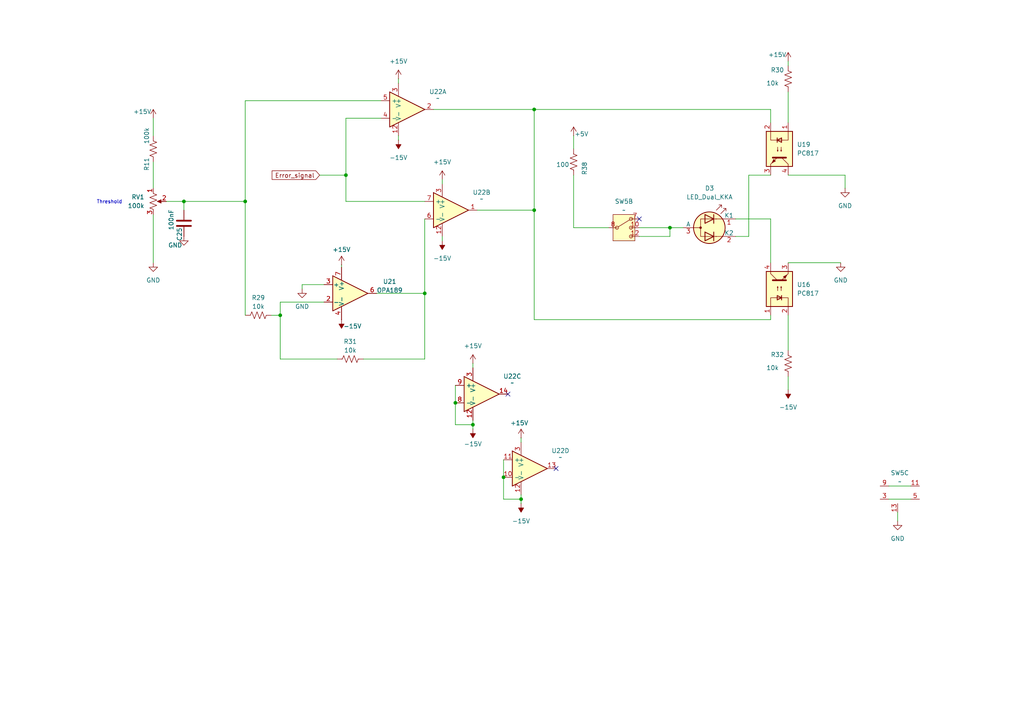
<source format=kicad_sch>
(kicad_sch
	(version 20250114)
	(generator "eeschema")
	(generator_version "9.0")
	(uuid "4ea95cf8-4376-4daa-93ee-1d004c5b6a3a")
	(paper "A4")
	(lib_symbols
		(symbol "Amplifier_Operational:OPA330xxD"
			(pin_names
				(offset 0.127)
			)
			(exclude_from_sim no)
			(in_bom yes)
			(on_board yes)
			(property "Reference" "U"
				(at 0 6.35 0)
				(effects
					(font
						(size 1.27 1.27)
					)
					(justify left)
				)
			)
			(property "Value" "OPA330xxD"
				(at 0 3.81 0)
				(effects
					(font
						(size 1.27 1.27)
					)
					(justify left)
				)
			)
			(property "Footprint" "Package_SO:SOIC-8_3.9x4.9mm_P1.27mm"
				(at -2.54 -5.08 0)
				(effects
					(font
						(size 1.27 1.27)
					)
					(justify left)
					(hide yes)
				)
			)
			(property "Datasheet" "http://www.ti.com/lit/ds/symlink/opa330.pdf"
				(at 3.81 3.81 0)
				(effects
					(font
						(size 1.27 1.27)
					)
					(hide yes)
				)
			)
			(property "Description" "50μV V OS, 0.25μV/°C, 35μA CMOS OPERATIONAL AMPLIFIERS, Zerø-Drift Series, SOIC"
				(at 0 0 0)
				(effects
					(font
						(size 1.27 1.27)
					)
					(hide yes)
				)
			)
			(property "ki_keywords" "single opamp"
				(at 0 0 0)
				(effects
					(font
						(size 1.27 1.27)
					)
					(hide yes)
				)
			)
			(property "ki_fp_filters" "SOIC*3.9x4.9mm*P1.27mm*"
				(at 0 0 0)
				(effects
					(font
						(size 1.27 1.27)
					)
					(hide yes)
				)
			)
			(symbol "OPA330xxD_0_1"
				(polyline
					(pts
						(xy -5.08 5.08) (xy 5.08 0) (xy -5.08 -5.08) (xy -5.08 5.08)
					)
					(stroke
						(width 0.254)
						(type default)
					)
					(fill
						(type background)
					)
				)
			)
			(symbol "OPA330xxD_1_1"
				(pin input line
					(at -7.62 2.54 0)
					(length 2.54)
					(name "+"
						(effects
							(font
								(size 1.27 1.27)
							)
						)
					)
					(number "3"
						(effects
							(font
								(size 1.27 1.27)
							)
						)
					)
				)
				(pin input line
					(at -7.62 -2.54 0)
					(length 2.54)
					(name "-"
						(effects
							(font
								(size 1.27 1.27)
							)
						)
					)
					(number "2"
						(effects
							(font
								(size 1.27 1.27)
							)
						)
					)
				)
				(pin power_in line
					(at -2.54 7.62 270)
					(length 3.81)
					(name "V+"
						(effects
							(font
								(size 1.27 1.27)
							)
						)
					)
					(number "7"
						(effects
							(font
								(size 1.27 1.27)
							)
						)
					)
				)
				(pin no_connect line
					(at -2.54 2.54 270)
					(length 2.54)
					(hide yes)
					(name "NC"
						(effects
							(font
								(size 1.27 1.27)
							)
						)
					)
					(number "1"
						(effects
							(font
								(size 1.27 1.27)
							)
						)
					)
				)
				(pin power_in line
					(at -2.54 -7.62 90)
					(length 3.81)
					(name "V-"
						(effects
							(font
								(size 1.27 1.27)
							)
						)
					)
					(number "4"
						(effects
							(font
								(size 1.27 1.27)
							)
						)
					)
				)
				(pin no_connect line
					(at 0 2.54 270)
					(length 2.54)
					(hide yes)
					(name "NC"
						(effects
							(font
								(size 1.27 1.27)
							)
						)
					)
					(number "5"
						(effects
							(font
								(size 1.27 1.27)
							)
						)
					)
				)
				(pin no_connect line
					(at 0 -2.54 90)
					(length 2.54)
					(hide yes)
					(name "NC"
						(effects
							(font
								(size 1.27 1.27)
							)
						)
					)
					(number "8"
						(effects
							(font
								(size 1.27 1.27)
							)
						)
					)
				)
				(pin output line
					(at 7.62 0 180)
					(length 2.54)
					(name "~"
						(effects
							(font
								(size 1.27 1.27)
							)
						)
					)
					(number "6"
						(effects
							(font
								(size 1.27 1.27)
							)
						)
					)
				)
			)
			(embedded_fonts no)
		)
		(symbol "Custom_Symbols:DP3T_1"
			(exclude_from_sim no)
			(in_bom yes)
			(on_board yes)
			(property "Reference" "SW"
				(at 0 5.588 0)
				(effects
					(font
						(size 1.27 1.27)
					)
				)
			)
			(property "Value" ""
				(at 0 0 0)
				(effects
					(font
						(size 1.27 1.27)
					)
				)
			)
			(property "Footprint" ""
				(at 0 0 0)
				(effects
					(font
						(size 1.27 1.27)
					)
					(hide yes)
				)
			)
			(property "Datasheet" ""
				(at 0 0 0)
				(effects
					(font
						(size 1.27 1.27)
					)
					(hide yes)
				)
			)
			(property "Description" ""
				(at 0 0 0)
				(effects
					(font
						(size 1.27 1.27)
					)
					(hide yes)
				)
			)
			(property "ki_locked" ""
				(at 0 0 0)
				(effects
					(font
						(size 1.27 1.27)
					)
				)
			)
			(symbol "DP3T_1_1_1"
				(rectangle
					(start -2.54 3.81)
					(end 3.81 -3.81)
					(stroke
						(width 0)
						(type default)
					)
					(fill
						(type background)
					)
				)
				(circle
					(center -1.397 0)
					(radius 0.4572)
					(stroke
						(width 0)
						(type solid)
					)
					(fill
						(type none)
					)
				)
				(polyline
					(pts
						(xy -1.016 0.254) (xy 2.286 2.286)
					)
					(stroke
						(width 0)
						(type solid)
					)
					(fill
						(type none)
					)
				)
				(circle
					(center 2.667 2.54)
					(radius 0.4572)
					(stroke
						(width 0)
						(type solid)
					)
					(fill
						(type none)
					)
				)
				(circle
					(center 2.667 0)
					(radius 0.4572)
					(stroke
						(width 0)
						(type solid)
					)
					(fill
						(type none)
					)
				)
				(circle
					(center 2.667 -2.54)
					(radius 0.4572)
					(stroke
						(width 0)
						(type solid)
					)
					(fill
						(type none)
					)
				)
				(pin passive line
					(at -3.81 0 0)
					(length 2.54)
					(name ""
						(effects
							(font
								(size 1.27 1.27)
							)
						)
					)
					(number "2"
						(effects
							(font
								(size 1.27 1.27)
							)
						)
					)
				)
				(pin passive line
					(at 5.08 2.54 180)
					(length 2.54)
					(name ""
						(effects
							(font
								(size 1.27 1.27)
							)
						)
					)
					(number "1"
						(effects
							(font
								(size 1.27 1.27)
							)
						)
					)
				)
				(pin passive line
					(at 5.08 0 180)
					(length 2.54)
					(name ""
						(effects
							(font
								(size 1.27 1.27)
							)
						)
					)
					(number "4"
						(effects
							(font
								(size 1.27 1.27)
							)
						)
					)
				)
				(pin passive line
					(at 5.08 -2.54 180)
					(length 2.54)
					(name ""
						(effects
							(font
								(size 1.27 1.27)
							)
						)
					)
					(number "6"
						(effects
							(font
								(size 1.27 1.27)
							)
						)
					)
				)
			)
			(symbol "DP3T_1_2_1"
				(rectangle
					(start -2.54 3.81)
					(end 3.81 -3.81)
					(stroke
						(width 0)
						(type default)
					)
					(fill
						(type background)
					)
				)
				(circle
					(center -1.397 0)
					(radius 0.4572)
					(stroke
						(width 0)
						(type solid)
					)
					(fill
						(type none)
					)
				)
				(polyline
					(pts
						(xy -1.016 0.254) (xy 2.286 2.286)
					)
					(stroke
						(width 0)
						(type solid)
					)
					(fill
						(type none)
					)
				)
				(circle
					(center 2.667 2.54)
					(radius 0.4572)
					(stroke
						(width 0)
						(type solid)
					)
					(fill
						(type none)
					)
				)
				(circle
					(center 2.667 0)
					(radius 0.4572)
					(stroke
						(width 0)
						(type solid)
					)
					(fill
						(type none)
					)
				)
				(circle
					(center 2.667 -2.54)
					(radius 0.4572)
					(stroke
						(width 0)
						(type solid)
					)
					(fill
						(type none)
					)
				)
				(pin passive line
					(at -3.81 0 0)
					(length 2.54)
					(name ""
						(effects
							(font
								(size 1.27 1.27)
							)
						)
					)
					(number "8"
						(effects
							(font
								(size 1.27 1.27)
							)
						)
					)
				)
				(pin passive line
					(at 5.08 2.54 180)
					(length 2.54)
					(name ""
						(effects
							(font
								(size 1.27 1.27)
							)
						)
					)
					(number "7"
						(effects
							(font
								(size 1.27 1.27)
							)
						)
					)
				)
				(pin passive line
					(at 5.08 0 180)
					(length 2.54)
					(name ""
						(effects
							(font
								(size 1.27 1.27)
							)
						)
					)
					(number "10"
						(effects
							(font
								(size 1.27 1.27)
							)
						)
					)
				)
				(pin passive line
					(at 5.08 -2.54 180)
					(length 2.54)
					(name ""
						(effects
							(font
								(size 1.27 1.27)
							)
						)
					)
					(number "12"
						(effects
							(font
								(size 1.27 1.27)
							)
						)
					)
				)
			)
			(symbol "DP3T_1_3_1"
				(pin passive line
					(at -2.54 2.54 180)
					(length 2.54)
					(name ""
						(effects
							(font
								(size 1.27 1.27)
							)
						)
					)
					(number "9"
						(effects
							(font
								(size 1.27 1.27)
							)
						)
					)
				)
				(pin passive line
					(at -2.54 -1.27 180)
					(length 2.54)
					(name ""
						(effects
							(font
								(size 1.27 1.27)
							)
						)
					)
					(number "3"
						(effects
							(font
								(size 1.27 1.27)
							)
						)
					)
				)
				(pin passive line
					(at 0 -5.08 90)
					(length 2.54)
					(name ""
						(effects
							(font
								(size 1.27 1.27)
							)
						)
					)
					(number "13"
						(effects
							(font
								(size 1.27 1.27)
							)
						)
					)
				)
				(pin passive line
					(at 3.81 2.54 0)
					(length 2.54)
					(name ""
						(effects
							(font
								(size 1.27 1.27)
							)
						)
					)
					(number "11"
						(effects
							(font
								(size 1.27 1.27)
							)
						)
					)
				)
				(pin passive line
					(at 3.81 -1.27 0)
					(length 2.54)
					(name ""
						(effects
							(font
								(size 1.27 1.27)
							)
						)
					)
					(number "5"
						(effects
							(font
								(size 1.27 1.27)
							)
						)
					)
				)
			)
			(embedded_fonts no)
		)
		(symbol "Custom_Symbols:Quad Comparator"
			(exclude_from_sim no)
			(in_bom yes)
			(on_board yes)
			(property "Reference" "U"
				(at 1.524 4.826 0)
				(effects
					(font
						(size 1.27 1.27)
					)
				)
			)
			(property "Value" ""
				(at 0 0 0)
				(effects
					(font
						(size 1.27 1.27)
					)
				)
			)
			(property "Footprint" ""
				(at 0 0 0)
				(effects
					(font
						(size 1.27 1.27)
					)
					(hide yes)
				)
			)
			(property "Datasheet" ""
				(at 0 0 0)
				(effects
					(font
						(size 1.27 1.27)
					)
					(hide yes)
				)
			)
			(property "Description" ""
				(at 0 0 0)
				(effects
					(font
						(size 1.27 1.27)
					)
					(hide yes)
				)
			)
			(property "ki_locked" ""
				(at 0 0 0)
				(effects
					(font
						(size 1.27 1.27)
					)
				)
			)
			(symbol "Quad Comparator_0_1"
				(polyline
					(pts
						(xy -3.81 5.08) (xy 6.35 0) (xy -3.81 -5.08) (xy -3.81 5.08)
					)
					(stroke
						(width 0.254)
						(type default)
					)
					(fill
						(type background)
					)
				)
			)
			(symbol "Quad Comparator_1_1"
				(pin input line
					(at -6.35 2.54 0)
					(length 2.54)
					(name "+"
						(effects
							(font
								(size 1.27 1.27)
							)
						)
					)
					(number "5"
						(effects
							(font
								(size 1.27 1.27)
							)
						)
					)
				)
				(pin input line
					(at -6.35 -2.54 0)
					(length 2.54)
					(name "-"
						(effects
							(font
								(size 1.27 1.27)
							)
						)
					)
					(number "4"
						(effects
							(font
								(size 1.27 1.27)
							)
						)
					)
				)
				(pin power_in line
					(at -1.27 7.62 270)
					(length 3.81)
					(name "V+"
						(effects
							(font
								(size 1.27 1.27)
							)
						)
					)
					(number "3"
						(effects
							(font
								(size 1.27 1.27)
							)
						)
					)
				)
				(pin power_in line
					(at -1.27 -7.62 90)
					(length 3.81)
					(name "V-"
						(effects
							(font
								(size 1.27 1.27)
							)
						)
					)
					(number "12"
						(effects
							(font
								(size 1.27 1.27)
							)
						)
					)
				)
				(pin output line
					(at 8.89 0 180)
					(length 2.54)
					(name "~"
						(effects
							(font
								(size 1.27 1.27)
							)
						)
					)
					(number "2"
						(effects
							(font
								(size 1.27 1.27)
							)
						)
					)
				)
			)
			(symbol "Quad Comparator_2_1"
				(pin input line
					(at -6.35 2.54 0)
					(length 2.54)
					(name "+"
						(effects
							(font
								(size 1.27 1.27)
							)
						)
					)
					(number "7"
						(effects
							(font
								(size 1.27 1.27)
							)
						)
					)
				)
				(pin input line
					(at -6.35 -2.54 0)
					(length 2.54)
					(name "-"
						(effects
							(font
								(size 1.27 1.27)
							)
						)
					)
					(number "6"
						(effects
							(font
								(size 1.27 1.27)
							)
						)
					)
				)
				(pin power_in line
					(at -1.27 7.62 270)
					(length 3.81)
					(name "V+"
						(effects
							(font
								(size 1.27 1.27)
							)
						)
					)
					(number "3"
						(effects
							(font
								(size 1.27 1.27)
							)
						)
					)
				)
				(pin power_in line
					(at -1.27 -7.62 90)
					(length 3.81)
					(name "V-"
						(effects
							(font
								(size 1.27 1.27)
							)
						)
					)
					(number "12"
						(effects
							(font
								(size 1.27 1.27)
							)
						)
					)
				)
				(pin output line
					(at 8.89 0 180)
					(length 2.54)
					(name "~"
						(effects
							(font
								(size 1.27 1.27)
							)
						)
					)
					(number "1"
						(effects
							(font
								(size 1.27 1.27)
							)
						)
					)
				)
			)
			(symbol "Quad Comparator_3_1"
				(pin input line
					(at -6.35 2.54 0)
					(length 2.54)
					(name "+"
						(effects
							(font
								(size 1.27 1.27)
							)
						)
					)
					(number "9"
						(effects
							(font
								(size 1.27 1.27)
							)
						)
					)
				)
				(pin input line
					(at -6.35 -2.54 0)
					(length 2.54)
					(name "-"
						(effects
							(font
								(size 1.27 1.27)
							)
						)
					)
					(number "8"
						(effects
							(font
								(size 1.27 1.27)
							)
						)
					)
				)
				(pin power_in line
					(at -1.27 7.62 270)
					(length 3.81)
					(name "V+"
						(effects
							(font
								(size 1.27 1.27)
							)
						)
					)
					(number "3"
						(effects
							(font
								(size 1.27 1.27)
							)
						)
					)
				)
				(pin power_in line
					(at -1.27 -7.62 90)
					(length 3.81)
					(name "V-"
						(effects
							(font
								(size 1.27 1.27)
							)
						)
					)
					(number "12"
						(effects
							(font
								(size 1.27 1.27)
							)
						)
					)
				)
				(pin output line
					(at 8.89 0 180)
					(length 2.54)
					(name "~"
						(effects
							(font
								(size 1.27 1.27)
							)
						)
					)
					(number "14"
						(effects
							(font
								(size 1.27 1.27)
							)
						)
					)
				)
			)
			(symbol "Quad Comparator_4_1"
				(pin input line
					(at -6.35 2.54 0)
					(length 2.54)
					(name "+"
						(effects
							(font
								(size 1.27 1.27)
							)
						)
					)
					(number "11"
						(effects
							(font
								(size 1.27 1.27)
							)
						)
					)
				)
				(pin input line
					(at -6.35 -2.54 0)
					(length 2.54)
					(name "-"
						(effects
							(font
								(size 1.27 1.27)
							)
						)
					)
					(number "10"
						(effects
							(font
								(size 1.27 1.27)
							)
						)
					)
				)
				(pin power_in line
					(at -1.27 7.62 270)
					(length 3.81)
					(name "V+"
						(effects
							(font
								(size 1.27 1.27)
							)
						)
					)
					(number "3"
						(effects
							(font
								(size 1.27 1.27)
							)
						)
					)
				)
				(pin power_in line
					(at -1.27 -7.62 90)
					(length 3.81)
					(name "V-"
						(effects
							(font
								(size 1.27 1.27)
							)
						)
					)
					(number "12"
						(effects
							(font
								(size 1.27 1.27)
							)
						)
					)
				)
				(pin output line
					(at 8.89 0 180)
					(length 2.54)
					(name "~"
						(effects
							(font
								(size 1.27 1.27)
							)
						)
					)
					(number "13"
						(effects
							(font
								(size 1.27 1.27)
							)
						)
					)
				)
			)
			(embedded_fonts no)
		)
		(symbol "Device:C"
			(pin_numbers
				(hide yes)
			)
			(pin_names
				(offset 0.254)
			)
			(exclude_from_sim no)
			(in_bom yes)
			(on_board yes)
			(property "Reference" "C"
				(at 0.635 2.54 0)
				(effects
					(font
						(size 1.27 1.27)
					)
					(justify left)
				)
			)
			(property "Value" "C"
				(at 0.635 -2.54 0)
				(effects
					(font
						(size 1.27 1.27)
					)
					(justify left)
				)
			)
			(property "Footprint" ""
				(at 0.9652 -3.81 0)
				(effects
					(font
						(size 1.27 1.27)
					)
					(hide yes)
				)
			)
			(property "Datasheet" "~"
				(at 0 0 0)
				(effects
					(font
						(size 1.27 1.27)
					)
					(hide yes)
				)
			)
			(property "Description" "Unpolarized capacitor"
				(at 0 0 0)
				(effects
					(font
						(size 1.27 1.27)
					)
					(hide yes)
				)
			)
			(property "ki_keywords" "cap capacitor"
				(at 0 0 0)
				(effects
					(font
						(size 1.27 1.27)
					)
					(hide yes)
				)
			)
			(property "ki_fp_filters" "C_*"
				(at 0 0 0)
				(effects
					(font
						(size 1.27 1.27)
					)
					(hide yes)
				)
			)
			(symbol "C_0_1"
				(polyline
					(pts
						(xy -2.032 0.762) (xy 2.032 0.762)
					)
					(stroke
						(width 0.508)
						(type default)
					)
					(fill
						(type none)
					)
				)
				(polyline
					(pts
						(xy -2.032 -0.762) (xy 2.032 -0.762)
					)
					(stroke
						(width 0.508)
						(type default)
					)
					(fill
						(type none)
					)
				)
			)
			(symbol "C_1_1"
				(pin passive line
					(at 0 3.81 270)
					(length 2.794)
					(name "~"
						(effects
							(font
								(size 1.27 1.27)
							)
						)
					)
					(number "1"
						(effects
							(font
								(size 1.27 1.27)
							)
						)
					)
				)
				(pin passive line
					(at 0 -3.81 90)
					(length 2.794)
					(name "~"
						(effects
							(font
								(size 1.27 1.27)
							)
						)
					)
					(number "2"
						(effects
							(font
								(size 1.27 1.27)
							)
						)
					)
				)
			)
			(embedded_fonts no)
		)
		(symbol "Device:LED_Dual_KKA"
			(pin_names
				(offset 0)
			)
			(exclude_from_sim no)
			(in_bom yes)
			(on_board yes)
			(property "Reference" "D"
				(at 0 5.715 0)
				(effects
					(font
						(size 1.27 1.27)
					)
				)
			)
			(property "Value" "LED_Dual_KKA"
				(at 0 -6.35 0)
				(effects
					(font
						(size 1.27 1.27)
					)
				)
			)
			(property "Footprint" ""
				(at 1.27 0 0)
				(effects
					(font
						(size 1.27 1.27)
					)
					(hide yes)
				)
			)
			(property "Datasheet" "~"
				(at 1.27 0 0)
				(effects
					(font
						(size 1.27 1.27)
					)
					(hide yes)
				)
			)
			(property "Description" "Dual LED, common anode on pin 3"
				(at 0 0 0)
				(effects
					(font
						(size 1.27 1.27)
					)
					(hide yes)
				)
			)
			(property "ki_keywords" "LED diode bicolor dual"
				(at 0 0 0)
				(effects
					(font
						(size 1.27 1.27)
					)
					(hide yes)
				)
			)
			(property "ki_fp_filters" "LED* LED_SMD:* LED_THT:*"
				(at 0 0 0)
				(effects
					(font
						(size 1.27 1.27)
					)
					(hide yes)
				)
			)
			(symbol "LED_Dual_KKA_0_1"
				(polyline
					(pts
						(xy -4.572 0) (xy -2.54 0)
					)
					(stroke
						(width 0)
						(type default)
					)
					(fill
						(type none)
					)
				)
				(circle
					(center -2.54 0)
					(radius 0.2794)
					(stroke
						(width 0)
						(type default)
					)
					(fill
						(type outline)
					)
				)
				(polyline
					(pts
						(xy -1.27 3.81) (xy -1.27 1.27) (xy 1.27 2.54) (xy -1.27 3.81)
					)
					(stroke
						(width 0.254)
						(type default)
					)
					(fill
						(type none)
					)
				)
				(polyline
					(pts
						(xy -1.27 -1.27) (xy -1.27 -3.81) (xy 1.27 -2.54) (xy -1.27 -1.27)
					)
					(stroke
						(width 0.254)
						(type default)
					)
					(fill
						(type none)
					)
				)
				(circle
					(center 0 0)
					(radius 4.572)
					(stroke
						(width 0.254)
						(type default)
					)
					(fill
						(type background)
					)
				)
				(polyline
					(pts
						(xy 1.27 3.81) (xy 1.27 1.27)
					)
					(stroke
						(width 0.254)
						(type default)
					)
					(fill
						(type none)
					)
				)
				(polyline
					(pts
						(xy 1.27 -1.27) (xy 1.27 -3.81)
					)
					(stroke
						(width 0.254)
						(type default)
					)
					(fill
						(type none)
					)
				)
				(polyline
					(pts
						(xy 2.032 5.08) (xy 3.556 6.604) (xy 2.794 6.604) (xy 3.556 6.604) (xy 3.556 5.842)
					)
					(stroke
						(width 0)
						(type default)
					)
					(fill
						(type none)
					)
				)
				(polyline
					(pts
						(xy 2.032 2.54) (xy -2.54 2.54) (xy -2.54 -2.54) (xy 2.032 -2.54)
					)
					(stroke
						(width 0)
						(type default)
					)
					(fill
						(type none)
					)
				)
				(polyline
					(pts
						(xy 3.302 4.064) (xy 4.826 5.588) (xy 4.064 5.588) (xy 4.826 5.588) (xy 4.826 4.826)
					)
					(stroke
						(width 0)
						(type default)
					)
					(fill
						(type none)
					)
				)
				(polyline
					(pts
						(xy 3.81 2.54) (xy 1.905 2.54)
					)
					(stroke
						(width 0)
						(type default)
					)
					(fill
						(type none)
					)
				)
				(polyline
					(pts
						(xy 3.81 -2.54) (xy 1.905 -2.54)
					)
					(stroke
						(width 0)
						(type default)
					)
					(fill
						(type none)
					)
				)
			)
			(symbol "LED_Dual_KKA_1_1"
				(pin input line
					(at -7.62 0 0)
					(length 3.048)
					(name "A"
						(effects
							(font
								(size 1.27 1.27)
							)
						)
					)
					(number "3"
						(effects
							(font
								(size 1.27 1.27)
							)
						)
					)
				)
				(pin input line
					(at 7.62 2.54 180)
					(length 3.81)
					(name "K1"
						(effects
							(font
								(size 1.27 1.27)
							)
						)
					)
					(number "1"
						(effects
							(font
								(size 1.27 1.27)
							)
						)
					)
				)
				(pin input line
					(at 7.62 -2.54 180)
					(length 3.81)
					(name "K2"
						(effects
							(font
								(size 1.27 1.27)
							)
						)
					)
					(number "2"
						(effects
							(font
								(size 1.27 1.27)
							)
						)
					)
				)
			)
			(embedded_fonts no)
		)
		(symbol "Device:R_Potentiometer_US"
			(pin_names
				(offset 1.016)
				(hide yes)
			)
			(exclude_from_sim no)
			(in_bom yes)
			(on_board yes)
			(property "Reference" "RV"
				(at -4.445 0 90)
				(effects
					(font
						(size 1.27 1.27)
					)
				)
			)
			(property "Value" "R_Potentiometer_US"
				(at -2.54 0 90)
				(effects
					(font
						(size 1.27 1.27)
					)
				)
			)
			(property "Footprint" ""
				(at 0 0 0)
				(effects
					(font
						(size 1.27 1.27)
					)
					(hide yes)
				)
			)
			(property "Datasheet" "~"
				(at 0 0 0)
				(effects
					(font
						(size 1.27 1.27)
					)
					(hide yes)
				)
			)
			(property "Description" "Potentiometer, US symbol"
				(at 0 0 0)
				(effects
					(font
						(size 1.27 1.27)
					)
					(hide yes)
				)
			)
			(property "ki_keywords" "resistor variable"
				(at 0 0 0)
				(effects
					(font
						(size 1.27 1.27)
					)
					(hide yes)
				)
			)
			(property "ki_fp_filters" "Potentiometer*"
				(at 0 0 0)
				(effects
					(font
						(size 1.27 1.27)
					)
					(hide yes)
				)
			)
			(symbol "R_Potentiometer_US_0_1"
				(polyline
					(pts
						(xy 0 2.54) (xy 0 2.286)
					)
					(stroke
						(width 0)
						(type default)
					)
					(fill
						(type none)
					)
				)
				(polyline
					(pts
						(xy 0 2.286) (xy 1.016 1.905) (xy 0 1.524) (xy -1.016 1.143) (xy 0 0.762)
					)
					(stroke
						(width 0)
						(type default)
					)
					(fill
						(type none)
					)
				)
				(polyline
					(pts
						(xy 0 0.762) (xy 1.016 0.381) (xy 0 0) (xy -1.016 -0.381) (xy 0 -0.762)
					)
					(stroke
						(width 0)
						(type default)
					)
					(fill
						(type none)
					)
				)
				(polyline
					(pts
						(xy 0 -0.762) (xy 1.016 -1.143) (xy 0 -1.524) (xy -1.016 -1.905) (xy 0 -2.286)
					)
					(stroke
						(width 0)
						(type default)
					)
					(fill
						(type none)
					)
				)
				(polyline
					(pts
						(xy 0 -2.286) (xy 0 -2.54)
					)
					(stroke
						(width 0)
						(type default)
					)
					(fill
						(type none)
					)
				)
				(polyline
					(pts
						(xy 1.143 0) (xy 2.286 0.508) (xy 2.286 -0.508) (xy 1.143 0)
					)
					(stroke
						(width 0)
						(type default)
					)
					(fill
						(type outline)
					)
				)
				(polyline
					(pts
						(xy 2.54 0) (xy 1.524 0)
					)
					(stroke
						(width 0)
						(type default)
					)
					(fill
						(type none)
					)
				)
			)
			(symbol "R_Potentiometer_US_1_1"
				(pin passive line
					(at 0 3.81 270)
					(length 1.27)
					(name "1"
						(effects
							(font
								(size 1.27 1.27)
							)
						)
					)
					(number "1"
						(effects
							(font
								(size 1.27 1.27)
							)
						)
					)
				)
				(pin passive line
					(at 0 -3.81 90)
					(length 1.27)
					(name "3"
						(effects
							(font
								(size 1.27 1.27)
							)
						)
					)
					(number "3"
						(effects
							(font
								(size 1.27 1.27)
							)
						)
					)
				)
				(pin passive line
					(at 3.81 0 180)
					(length 1.27)
					(name "2"
						(effects
							(font
								(size 1.27 1.27)
							)
						)
					)
					(number "2"
						(effects
							(font
								(size 1.27 1.27)
							)
						)
					)
				)
			)
			(embedded_fonts no)
		)
		(symbol "Device:R_US"
			(pin_numbers
				(hide yes)
			)
			(pin_names
				(offset 0)
			)
			(exclude_from_sim no)
			(in_bom yes)
			(on_board yes)
			(property "Reference" "R"
				(at 2.54 0 90)
				(effects
					(font
						(size 1.27 1.27)
					)
				)
			)
			(property "Value" "R_US"
				(at -2.54 0 90)
				(effects
					(font
						(size 1.27 1.27)
					)
				)
			)
			(property "Footprint" ""
				(at 1.016 -0.254 90)
				(effects
					(font
						(size 1.27 1.27)
					)
					(hide yes)
				)
			)
			(property "Datasheet" "~"
				(at 0 0 0)
				(effects
					(font
						(size 1.27 1.27)
					)
					(hide yes)
				)
			)
			(property "Description" "Resistor, US symbol"
				(at 0 0 0)
				(effects
					(font
						(size 1.27 1.27)
					)
					(hide yes)
				)
			)
			(property "ki_keywords" "R res resistor"
				(at 0 0 0)
				(effects
					(font
						(size 1.27 1.27)
					)
					(hide yes)
				)
			)
			(property "ki_fp_filters" "R_*"
				(at 0 0 0)
				(effects
					(font
						(size 1.27 1.27)
					)
					(hide yes)
				)
			)
			(symbol "R_US_0_1"
				(polyline
					(pts
						(xy 0 2.286) (xy 0 2.54)
					)
					(stroke
						(width 0)
						(type default)
					)
					(fill
						(type none)
					)
				)
				(polyline
					(pts
						(xy 0 2.286) (xy 1.016 1.905) (xy 0 1.524) (xy -1.016 1.143) (xy 0 0.762)
					)
					(stroke
						(width 0)
						(type default)
					)
					(fill
						(type none)
					)
				)
				(polyline
					(pts
						(xy 0 0.762) (xy 1.016 0.381) (xy 0 0) (xy -1.016 -0.381) (xy 0 -0.762)
					)
					(stroke
						(width 0)
						(type default)
					)
					(fill
						(type none)
					)
				)
				(polyline
					(pts
						(xy 0 -0.762) (xy 1.016 -1.143) (xy 0 -1.524) (xy -1.016 -1.905) (xy 0 -2.286)
					)
					(stroke
						(width 0)
						(type default)
					)
					(fill
						(type none)
					)
				)
				(polyline
					(pts
						(xy 0 -2.286) (xy 0 -2.54)
					)
					(stroke
						(width 0)
						(type default)
					)
					(fill
						(type none)
					)
				)
			)
			(symbol "R_US_1_1"
				(pin passive line
					(at 0 3.81 270)
					(length 1.27)
					(name "~"
						(effects
							(font
								(size 1.27 1.27)
							)
						)
					)
					(number "1"
						(effects
							(font
								(size 1.27 1.27)
							)
						)
					)
				)
				(pin passive line
					(at 0 -3.81 90)
					(length 1.27)
					(name "~"
						(effects
							(font
								(size 1.27 1.27)
							)
						)
					)
					(number "2"
						(effects
							(font
								(size 1.27 1.27)
							)
						)
					)
				)
			)
			(embedded_fonts no)
		)
		(symbol "GND_1"
			(power)
			(pin_numbers
				(hide yes)
			)
			(pin_names
				(offset 0)
				(hide yes)
			)
			(exclude_from_sim no)
			(in_bom yes)
			(on_board yes)
			(property "Reference" "#PWR"
				(at 0 -6.35 0)
				(effects
					(font
						(size 1.27 1.27)
					)
					(hide yes)
				)
			)
			(property "Value" "GND"
				(at 0 -3.81 0)
				(effects
					(font
						(size 1.27 1.27)
					)
				)
			)
			(property "Footprint" ""
				(at 0 0 0)
				(effects
					(font
						(size 1.27 1.27)
					)
					(hide yes)
				)
			)
			(property "Datasheet" ""
				(at 0 0 0)
				(effects
					(font
						(size 1.27 1.27)
					)
					(hide yes)
				)
			)
			(property "Description" "Power symbol creates a global label with name \"GND\" , ground"
				(at 0 0 0)
				(effects
					(font
						(size 1.27 1.27)
					)
					(hide yes)
				)
			)
			(property "ki_keywords" "global power"
				(at 0 0 0)
				(effects
					(font
						(size 1.27 1.27)
					)
					(hide yes)
				)
			)
			(symbol "GND_1_0_1"
				(polyline
					(pts
						(xy 0 0) (xy 0 -1.27) (xy 1.27 -1.27) (xy 0 -2.54) (xy -1.27 -1.27) (xy 0 -1.27)
					)
					(stroke
						(width 0)
						(type default)
					)
					(fill
						(type none)
					)
				)
			)
			(symbol "GND_1_1_1"
				(pin power_in line
					(at 0 0 270)
					(length 0)
					(name "~"
						(effects
							(font
								(size 1.27 1.27)
							)
						)
					)
					(number "1"
						(effects
							(font
								(size 1.27 1.27)
							)
						)
					)
				)
			)
			(embedded_fonts no)
		)
		(symbol "GND_2"
			(power)
			(pin_numbers
				(hide yes)
			)
			(pin_names
				(offset 0)
				(hide yes)
			)
			(exclude_from_sim no)
			(in_bom yes)
			(on_board yes)
			(property "Reference" "#PWR"
				(at 0 -6.35 0)
				(effects
					(font
						(size 1.27 1.27)
					)
					(hide yes)
				)
			)
			(property "Value" "GND"
				(at 0 -3.81 0)
				(effects
					(font
						(size 1.27 1.27)
					)
				)
			)
			(property "Footprint" ""
				(at 0 0 0)
				(effects
					(font
						(size 1.27 1.27)
					)
					(hide yes)
				)
			)
			(property "Datasheet" ""
				(at 0 0 0)
				(effects
					(font
						(size 1.27 1.27)
					)
					(hide yes)
				)
			)
			(property "Description" "Power symbol creates a global label with name \"GND\" , ground"
				(at 0 0 0)
				(effects
					(font
						(size 1.27 1.27)
					)
					(hide yes)
				)
			)
			(property "ki_keywords" "global power"
				(at 0 0 0)
				(effects
					(font
						(size 1.27 1.27)
					)
					(hide yes)
				)
			)
			(symbol "GND_2_0_1"
				(polyline
					(pts
						(xy 0 0) (xy 0 -1.27) (xy 1.27 -1.27) (xy 0 -2.54) (xy -1.27 -1.27) (xy 0 -1.27)
					)
					(stroke
						(width 0)
						(type default)
					)
					(fill
						(type none)
					)
				)
			)
			(symbol "GND_2_1_1"
				(pin power_in line
					(at 0 0 270)
					(length 0)
					(name "~"
						(effects
							(font
								(size 1.27 1.27)
							)
						)
					)
					(number "1"
						(effects
							(font
								(size 1.27 1.27)
							)
						)
					)
				)
			)
			(embedded_fonts no)
		)
		(symbol "GND_3"
			(power)
			(pin_numbers
				(hide yes)
			)
			(pin_names
				(offset 0)
				(hide yes)
			)
			(exclude_from_sim no)
			(in_bom yes)
			(on_board yes)
			(property "Reference" "#PWR"
				(at 0 -6.35 0)
				(effects
					(font
						(size 1.27 1.27)
					)
					(hide yes)
				)
			)
			(property "Value" "GND"
				(at 0 -3.81 0)
				(effects
					(font
						(size 1.27 1.27)
					)
				)
			)
			(property "Footprint" ""
				(at 0 0 0)
				(effects
					(font
						(size 1.27 1.27)
					)
					(hide yes)
				)
			)
			(property "Datasheet" ""
				(at 0 0 0)
				(effects
					(font
						(size 1.27 1.27)
					)
					(hide yes)
				)
			)
			(property "Description" "Power symbol creates a global label with name \"GND\" , ground"
				(at 0 0 0)
				(effects
					(font
						(size 1.27 1.27)
					)
					(hide yes)
				)
			)
			(property "ki_keywords" "global power"
				(at 0 0 0)
				(effects
					(font
						(size 1.27 1.27)
					)
					(hide yes)
				)
			)
			(symbol "GND_3_0_1"
				(polyline
					(pts
						(xy 0 0) (xy 0 -1.27) (xy 1.27 -1.27) (xy 0 -2.54) (xy -1.27 -1.27) (xy 0 -1.27)
					)
					(stroke
						(width 0)
						(type default)
					)
					(fill
						(type none)
					)
				)
			)
			(symbol "GND_3_1_1"
				(pin power_in line
					(at 0 0 270)
					(length 0)
					(name "~"
						(effects
							(font
								(size 1.27 1.27)
							)
						)
					)
					(number "1"
						(effects
							(font
								(size 1.27 1.27)
							)
						)
					)
				)
			)
			(embedded_fonts no)
		)
		(symbol "Isolator:PC817"
			(pin_names
				(offset 1.016)
			)
			(exclude_from_sim no)
			(in_bom yes)
			(on_board yes)
			(property "Reference" "U"
				(at -5.08 5.08 0)
				(effects
					(font
						(size 1.27 1.27)
					)
					(justify left)
				)
			)
			(property "Value" "PC817"
				(at 0 5.08 0)
				(effects
					(font
						(size 1.27 1.27)
					)
					(justify left)
				)
			)
			(property "Footprint" "Package_DIP:DIP-4_W7.62mm"
				(at -5.08 -5.08 0)
				(effects
					(font
						(size 1.27 1.27)
						(italic yes)
					)
					(justify left)
					(hide yes)
				)
			)
			(property "Datasheet" "http://www.soselectronic.cz/a_info/resource/d/pc817.pdf"
				(at 0 0 0)
				(effects
					(font
						(size 1.27 1.27)
					)
					(justify left)
					(hide yes)
				)
			)
			(property "Description" "DC Optocoupler, Vce 35V, CTR 50-300%, DIP-4"
				(at 0 0 0)
				(effects
					(font
						(size 1.27 1.27)
					)
					(hide yes)
				)
			)
			(property "ki_keywords" "NPN DC Optocoupler"
				(at 0 0 0)
				(effects
					(font
						(size 1.27 1.27)
					)
					(hide yes)
				)
			)
			(property "ki_fp_filters" "DIP*W7.62mm*"
				(at 0 0 0)
				(effects
					(font
						(size 1.27 1.27)
					)
					(hide yes)
				)
			)
			(symbol "PC817_0_1"
				(rectangle
					(start -5.08 3.81)
					(end 5.08 -3.81)
					(stroke
						(width 0.254)
						(type default)
					)
					(fill
						(type background)
					)
				)
				(polyline
					(pts
						(xy -5.08 2.54) (xy -2.54 2.54) (xy -2.54 -0.635)
					)
					(stroke
						(width 0)
						(type default)
					)
					(fill
						(type none)
					)
				)
				(polyline
					(pts
						(xy -3.175 -0.635) (xy -1.905 -0.635)
					)
					(stroke
						(width 0.254)
						(type default)
					)
					(fill
						(type none)
					)
				)
				(polyline
					(pts
						(xy -2.54 -0.635) (xy -2.54 -2.54) (xy -5.08 -2.54)
					)
					(stroke
						(width 0)
						(type default)
					)
					(fill
						(type none)
					)
				)
				(polyline
					(pts
						(xy -2.54 -0.635) (xy -3.175 0.635) (xy -1.905 0.635) (xy -2.54 -0.635)
					)
					(stroke
						(width 0.254)
						(type default)
					)
					(fill
						(type none)
					)
				)
				(polyline
					(pts
						(xy -0.508 0.508) (xy 0.762 0.508) (xy 0.381 0.381) (xy 0.381 0.635) (xy 0.762 0.508)
					)
					(stroke
						(width 0)
						(type default)
					)
					(fill
						(type none)
					)
				)
				(polyline
					(pts
						(xy -0.508 -0.508) (xy 0.762 -0.508) (xy 0.381 -0.635) (xy 0.381 -0.381) (xy 0.762 -0.508)
					)
					(stroke
						(width 0)
						(type default)
					)
					(fill
						(type none)
					)
				)
				(polyline
					(pts
						(xy 2.54 1.905) (xy 2.54 -1.905) (xy 2.54 -1.905)
					)
					(stroke
						(width 0.508)
						(type default)
					)
					(fill
						(type none)
					)
				)
				(polyline
					(pts
						(xy 2.54 0.635) (xy 4.445 2.54)
					)
					(stroke
						(width 0)
						(type default)
					)
					(fill
						(type none)
					)
				)
				(polyline
					(pts
						(xy 3.048 -1.651) (xy 3.556 -1.143) (xy 4.064 -2.159) (xy 3.048 -1.651) (xy 3.048 -1.651)
					)
					(stroke
						(width 0)
						(type default)
					)
					(fill
						(type outline)
					)
				)
				(polyline
					(pts
						(xy 4.445 2.54) (xy 5.08 2.54)
					)
					(stroke
						(width 0)
						(type default)
					)
					(fill
						(type none)
					)
				)
				(polyline
					(pts
						(xy 4.445 -2.54) (xy 2.54 -0.635)
					)
					(stroke
						(width 0)
						(type default)
					)
					(fill
						(type outline)
					)
				)
				(polyline
					(pts
						(xy 4.445 -2.54) (xy 5.08 -2.54)
					)
					(stroke
						(width 0)
						(type default)
					)
					(fill
						(type none)
					)
				)
			)
			(symbol "PC817_1_1"
				(pin passive line
					(at -7.62 2.54 0)
					(length 2.54)
					(name "~"
						(effects
							(font
								(size 1.27 1.27)
							)
						)
					)
					(number "1"
						(effects
							(font
								(size 1.27 1.27)
							)
						)
					)
				)
				(pin passive line
					(at -7.62 -2.54 0)
					(length 2.54)
					(name "~"
						(effects
							(font
								(size 1.27 1.27)
							)
						)
					)
					(number "2"
						(effects
							(font
								(size 1.27 1.27)
							)
						)
					)
				)
				(pin passive line
					(at 7.62 2.54 180)
					(length 2.54)
					(name "~"
						(effects
							(font
								(size 1.27 1.27)
							)
						)
					)
					(number "4"
						(effects
							(font
								(size 1.27 1.27)
							)
						)
					)
				)
				(pin passive line
					(at 7.62 -2.54 180)
					(length 2.54)
					(name "~"
						(effects
							(font
								(size 1.27 1.27)
							)
						)
					)
					(number "3"
						(effects
							(font
								(size 1.27 1.27)
							)
						)
					)
				)
			)
			(embedded_fonts no)
		)
		(symbol "power:+12V"
			(power)
			(pin_names
				(offset 0)
			)
			(exclude_from_sim no)
			(in_bom yes)
			(on_board yes)
			(property "Reference" "#PWR"
				(at 0 -3.81 0)
				(effects
					(font
						(size 1.27 1.27)
					)
					(hide yes)
				)
			)
			(property "Value" "+12V"
				(at 0 3.556 0)
				(effects
					(font
						(size 1.27 1.27)
					)
				)
			)
			(property "Footprint" ""
				(at 0 0 0)
				(effects
					(font
						(size 1.27 1.27)
					)
					(hide yes)
				)
			)
			(property "Datasheet" ""
				(at 0 0 0)
				(effects
					(font
						(size 1.27 1.27)
					)
					(hide yes)
				)
			)
			(property "Description" "Power symbol creates a global label with name \"+12V\""
				(at 0 0 0)
				(effects
					(font
						(size 1.27 1.27)
					)
					(hide yes)
				)
			)
			(property "ki_keywords" "global power"
				(at 0 0 0)
				(effects
					(font
						(size 1.27 1.27)
					)
					(hide yes)
				)
			)
			(symbol "+12V_0_1"
				(polyline
					(pts
						(xy -0.762 1.27) (xy 0 2.54)
					)
					(stroke
						(width 0)
						(type default)
					)
					(fill
						(type none)
					)
				)
				(polyline
					(pts
						(xy 0 2.54) (xy 0.762 1.27)
					)
					(stroke
						(width 0)
						(type default)
					)
					(fill
						(type none)
					)
				)
				(polyline
					(pts
						(xy 0 0) (xy 0 2.54)
					)
					(stroke
						(width 0)
						(type default)
					)
					(fill
						(type none)
					)
				)
			)
			(symbol "+12V_1_1"
				(pin power_in line
					(at 0 0 90)
					(length 0)
					(hide yes)
					(name "+12V"
						(effects
							(font
								(size 1.27 1.27)
							)
						)
					)
					(number "1"
						(effects
							(font
								(size 1.27 1.27)
							)
						)
					)
				)
			)
			(embedded_fonts no)
		)
		(symbol "power:+15V"
			(power)
			(pin_numbers
				(hide yes)
			)
			(pin_names
				(offset 0)
				(hide yes)
			)
			(exclude_from_sim no)
			(in_bom yes)
			(on_board yes)
			(property "Reference" "#PWR"
				(at 0 -3.81 0)
				(effects
					(font
						(size 1.27 1.27)
					)
					(hide yes)
				)
			)
			(property "Value" "+15V"
				(at 0 3.556 0)
				(effects
					(font
						(size 1.27 1.27)
					)
				)
			)
			(property "Footprint" ""
				(at 0 0 0)
				(effects
					(font
						(size 1.27 1.27)
					)
					(hide yes)
				)
			)
			(property "Datasheet" ""
				(at 0 0 0)
				(effects
					(font
						(size 1.27 1.27)
					)
					(hide yes)
				)
			)
			(property "Description" "Power symbol creates a global label with name \"+15V\""
				(at 0 0 0)
				(effects
					(font
						(size 1.27 1.27)
					)
					(hide yes)
				)
			)
			(property "ki_keywords" "global power"
				(at 0 0 0)
				(effects
					(font
						(size 1.27 1.27)
					)
					(hide yes)
				)
			)
			(symbol "+15V_0_1"
				(polyline
					(pts
						(xy -0.762 1.27) (xy 0 2.54)
					)
					(stroke
						(width 0)
						(type default)
					)
					(fill
						(type none)
					)
				)
				(polyline
					(pts
						(xy 0 2.54) (xy 0.762 1.27)
					)
					(stroke
						(width 0)
						(type default)
					)
					(fill
						(type none)
					)
				)
				(polyline
					(pts
						(xy 0 0) (xy 0 2.54)
					)
					(stroke
						(width 0)
						(type default)
					)
					(fill
						(type none)
					)
				)
			)
			(symbol "+15V_1_1"
				(pin power_in line
					(at 0 0 90)
					(length 0)
					(name "~"
						(effects
							(font
								(size 1.27 1.27)
							)
						)
					)
					(number "1"
						(effects
							(font
								(size 1.27 1.27)
							)
						)
					)
				)
			)
			(embedded_fonts no)
		)
		(symbol "power:+5V"
			(power)
			(pin_numbers
				(hide yes)
			)
			(pin_names
				(offset 0)
				(hide yes)
			)
			(exclude_from_sim no)
			(in_bom yes)
			(on_board yes)
			(property "Reference" "#PWR"
				(at 0 -3.81 0)
				(effects
					(font
						(size 1.27 1.27)
					)
					(hide yes)
				)
			)
			(property "Value" "+5V"
				(at 0 3.556 0)
				(effects
					(font
						(size 1.27 1.27)
					)
				)
			)
			(property "Footprint" ""
				(at 0 0 0)
				(effects
					(font
						(size 1.27 1.27)
					)
					(hide yes)
				)
			)
			(property "Datasheet" ""
				(at 0 0 0)
				(effects
					(font
						(size 1.27 1.27)
					)
					(hide yes)
				)
			)
			(property "Description" "Power symbol creates a global label with name \"+5V\""
				(at 0 0 0)
				(effects
					(font
						(size 1.27 1.27)
					)
					(hide yes)
				)
			)
			(property "ki_keywords" "global power"
				(at 0 0 0)
				(effects
					(font
						(size 1.27 1.27)
					)
					(hide yes)
				)
			)
			(symbol "+5V_0_1"
				(polyline
					(pts
						(xy -0.762 1.27) (xy 0 2.54)
					)
					(stroke
						(width 0)
						(type default)
					)
					(fill
						(type none)
					)
				)
				(polyline
					(pts
						(xy 0 2.54) (xy 0.762 1.27)
					)
					(stroke
						(width 0)
						(type default)
					)
					(fill
						(type none)
					)
				)
				(polyline
					(pts
						(xy 0 0) (xy 0 2.54)
					)
					(stroke
						(width 0)
						(type default)
					)
					(fill
						(type none)
					)
				)
			)
			(symbol "+5V_1_1"
				(pin power_in line
					(at 0 0 90)
					(length 0)
					(name "~"
						(effects
							(font
								(size 1.27 1.27)
							)
						)
					)
					(number "1"
						(effects
							(font
								(size 1.27 1.27)
							)
						)
					)
				)
			)
			(embedded_fonts no)
		)
		(symbol "power:-15V"
			(power)
			(pin_numbers
				(hide yes)
			)
			(pin_names
				(offset 0)
				(hide yes)
			)
			(exclude_from_sim no)
			(in_bom yes)
			(on_board yes)
			(property "Reference" "#PWR"
				(at 0 -3.81 0)
				(effects
					(font
						(size 1.27 1.27)
					)
					(hide yes)
				)
			)
			(property "Value" "-15V"
				(at 0 3.556 0)
				(effects
					(font
						(size 1.27 1.27)
					)
				)
			)
			(property "Footprint" ""
				(at 0 0 0)
				(effects
					(font
						(size 1.27 1.27)
					)
					(hide yes)
				)
			)
			(property "Datasheet" ""
				(at 0 0 0)
				(effects
					(font
						(size 1.27 1.27)
					)
					(hide yes)
				)
			)
			(property "Description" "Power symbol creates a global label with name \"-15V\""
				(at 0 0 0)
				(effects
					(font
						(size 1.27 1.27)
					)
					(hide yes)
				)
			)
			(property "ki_keywords" "global power"
				(at 0 0 0)
				(effects
					(font
						(size 1.27 1.27)
					)
					(hide yes)
				)
			)
			(symbol "-15V_0_0"
				(pin power_in line
					(at 0 0 90)
					(length 0)
					(name "~"
						(effects
							(font
								(size 1.27 1.27)
							)
						)
					)
					(number "1"
						(effects
							(font
								(size 1.27 1.27)
							)
						)
					)
				)
			)
			(symbol "-15V_0_1"
				(polyline
					(pts
						(xy 0 0) (xy 0 1.27) (xy 0.762 1.27) (xy 0 2.54) (xy -0.762 1.27) (xy 0 1.27)
					)
					(stroke
						(width 0)
						(type default)
					)
					(fill
						(type outline)
					)
				)
			)
			(embedded_fonts no)
		)
		(symbol "power:GND"
			(power)
			(pin_names
				(offset 0)
			)
			(exclude_from_sim no)
			(in_bom yes)
			(on_board yes)
			(property "Reference" "#PWR"
				(at 0 -6.35 0)
				(effects
					(font
						(size 1.27 1.27)
					)
					(hide yes)
				)
			)
			(property "Value" "GND"
				(at 0 -3.81 0)
				(effects
					(font
						(size 1.27 1.27)
					)
				)
			)
			(property "Footprint" ""
				(at 0 0 0)
				(effects
					(font
						(size 1.27 1.27)
					)
					(hide yes)
				)
			)
			(property "Datasheet" ""
				(at 0 0 0)
				(effects
					(font
						(size 1.27 1.27)
					)
					(hide yes)
				)
			)
			(property "Description" "Power symbol creates a global label with name \"GND\" , ground"
				(at 0 0 0)
				(effects
					(font
						(size 1.27 1.27)
					)
					(hide yes)
				)
			)
			(property "ki_keywords" "global power"
				(at 0 0 0)
				(effects
					(font
						(size 1.27 1.27)
					)
					(hide yes)
				)
			)
			(symbol "GND_0_1"
				(polyline
					(pts
						(xy 0 0) (xy 0 -1.27) (xy 1.27 -1.27) (xy 0 -2.54) (xy -1.27 -1.27) (xy 0 -1.27)
					)
					(stroke
						(width 0)
						(type default)
					)
					(fill
						(type none)
					)
				)
			)
			(symbol "GND_1_1"
				(pin power_in line
					(at 0 0 270)
					(length 0)
					(hide yes)
					(name "GND"
						(effects
							(font
								(size 1.27 1.27)
							)
						)
					)
					(number "1"
						(effects
							(font
								(size 1.27 1.27)
							)
						)
					)
				)
			)
			(embedded_fonts no)
		)
		(symbol "power:VPP"
			(power)
			(pin_numbers
				(hide yes)
			)
			(pin_names
				(offset 0)
				(hide yes)
			)
			(exclude_from_sim no)
			(in_bom yes)
			(on_board yes)
			(property "Reference" "#PWR"
				(at 0 -3.81 0)
				(effects
					(font
						(size 1.27 1.27)
					)
					(hide yes)
				)
			)
			(property "Value" "VPP"
				(at 0 3.556 0)
				(effects
					(font
						(size 1.27 1.27)
					)
				)
			)
			(property "Footprint" ""
				(at 0 0 0)
				(effects
					(font
						(size 1.27 1.27)
					)
					(hide yes)
				)
			)
			(property "Datasheet" ""
				(at 0 0 0)
				(effects
					(font
						(size 1.27 1.27)
					)
					(hide yes)
				)
			)
			(property "Description" "Power symbol creates a global label with name \"VPP\""
				(at 0 0 0)
				(effects
					(font
						(size 1.27 1.27)
					)
					(hide yes)
				)
			)
			(property "ki_keywords" "global power"
				(at 0 0 0)
				(effects
					(font
						(size 1.27 1.27)
					)
					(hide yes)
				)
			)
			(symbol "VPP_0_1"
				(polyline
					(pts
						(xy -0.762 1.27) (xy 0 2.54)
					)
					(stroke
						(width 0)
						(type default)
					)
					(fill
						(type none)
					)
				)
				(polyline
					(pts
						(xy 0 2.54) (xy 0.762 1.27)
					)
					(stroke
						(width 0)
						(type default)
					)
					(fill
						(type none)
					)
				)
				(polyline
					(pts
						(xy 0 0) (xy 0 2.54)
					)
					(stroke
						(width 0)
						(type default)
					)
					(fill
						(type none)
					)
				)
			)
			(symbol "VPP_1_1"
				(pin power_in line
					(at 0 0 90)
					(length 0)
					(name "~"
						(effects
							(font
								(size 1.27 1.27)
							)
						)
					)
					(number "1"
						(effects
							(font
								(size 1.27 1.27)
							)
						)
					)
				)
			)
			(embedded_fonts no)
		)
	)
	(text "Threshold"
		(exclude_from_sim no)
		(at 31.75 58.674 0)
		(effects
			(font
				(size 1.016 1.016)
			)
		)
		(uuid "d3a79970-d88b-4c38-b735-43bb34e45bf5")
	)
	(junction
		(at 194.31 66.04)
		(diameter 0)
		(color 0 0 0 0)
		(uuid "0be29391-7d1c-4a85-9aae-ecd9f3f1b444")
	)
	(junction
		(at 132.08 116.84)
		(diameter 0)
		(color 0 0 0 0)
		(uuid "0d85487c-fc6e-4ee3-baa3-4caaaa72a96d")
	)
	(junction
		(at 123.19 85.09)
		(diameter 0)
		(color 0 0 0 0)
		(uuid "4aec2fb1-2eb3-4265-9dd0-29d4e5579aaf")
	)
	(junction
		(at 154.94 31.75)
		(diameter 0)
		(color 0 0 0 0)
		(uuid "5d3eafbe-2cc7-4314-8a8d-0a40932e8026")
	)
	(junction
		(at 53.34 58.42)
		(diameter 0)
		(color 0 0 0 0)
		(uuid "5ffa9470-4510-485f-b516-98c0e049f2ef")
	)
	(junction
		(at 137.16 123.19)
		(diameter 0)
		(color 0 0 0 0)
		(uuid "85b84e68-9193-4ae0-801d-38ec65849b17")
	)
	(junction
		(at 100.33 50.8)
		(diameter 0)
		(color 0 0 0 0)
		(uuid "a48dc1b2-5bb5-4f4f-9785-0360aef5988a")
	)
	(junction
		(at 151.13 144.78)
		(diameter 0)
		(color 0 0 0 0)
		(uuid "bd4496f8-a592-4f3d-a011-2a6076ed842c")
	)
	(junction
		(at 146.05 138.43)
		(diameter 0)
		(color 0 0 0 0)
		(uuid "c83d625e-31b4-4c59-8f8d-a600835ae533")
	)
	(junction
		(at 81.28 91.44)
		(diameter 0)
		(color 0 0 0 0)
		(uuid "daa3d7e2-ac8b-41f1-ad76-33965ed298e1")
	)
	(junction
		(at 154.94 60.96)
		(diameter 0)
		(color 0 0 0 0)
		(uuid "e46c8979-d2ac-40c5-aa7e-475d4c9845b2")
	)
	(junction
		(at 71.12 58.42)
		(diameter 0)
		(color 0 0 0 0)
		(uuid "fa736310-0f0e-489e-938e-fefb281d098f")
	)
	(no_connect
		(at 161.29 135.89)
		(uuid "0f0d9436-729c-4bfe-8b89-641dc619e87e")
	)
	(no_connect
		(at 185.42 63.5)
		(uuid "2b574839-d0f5-4db8-babe-cc1e119973e5")
	)
	(no_connect
		(at 147.32 114.3)
		(uuid "f2d179de-5a22-4ddf-8948-587f687418c6")
	)
	(wire
		(pts
			(xy 166.37 50.8) (xy 166.37 66.04)
		)
		(stroke
			(width 0)
			(type default)
		)
		(uuid "0d15e604-eda5-4ac1-a641-cc2a1be5f628")
	)
	(wire
		(pts
			(xy 71.12 29.21) (xy 110.49 29.21)
		)
		(stroke
			(width 0)
			(type default)
		)
		(uuid "110efb91-8a45-40f2-8e7b-607a004515a2")
	)
	(wire
		(pts
			(xy 154.94 60.96) (xy 154.94 92.71)
		)
		(stroke
			(width 0)
			(type default)
		)
		(uuid "131712e9-0ca0-4b74-95d9-1793d8e087db")
	)
	(wire
		(pts
			(xy 213.36 63.5) (xy 223.52 63.5)
		)
		(stroke
			(width 0)
			(type default)
		)
		(uuid "142ee85d-4fe2-480b-acc8-ffd26a8bb404")
	)
	(wire
		(pts
			(xy 166.37 66.04) (xy 176.53 66.04)
		)
		(stroke
			(width 0)
			(type default)
		)
		(uuid "15b04c40-2385-45d8-9bba-3e89c7110487")
	)
	(wire
		(pts
			(xy 115.57 40.64) (xy 115.57 39.37)
		)
		(stroke
			(width 0)
			(type default)
		)
		(uuid "164be4dd-c2a2-4457-aa93-4f59fa038c69")
	)
	(wire
		(pts
			(xy 48.26 58.42) (xy 53.34 58.42)
		)
		(stroke
			(width 0)
			(type default)
		)
		(uuid "1a49e74f-5860-4287-bdd7-54cf122314d8")
	)
	(wire
		(pts
			(xy 228.6 109.22) (xy 228.6 113.03)
		)
		(stroke
			(width 0)
			(type default)
		)
		(uuid "2672a94d-f197-45e0-82db-b533cac1250f")
	)
	(wire
		(pts
			(xy 223.52 31.75) (xy 223.52 35.56)
		)
		(stroke
			(width 0)
			(type default)
		)
		(uuid "2673f88c-2506-4224-b804-1755f681a1d4")
	)
	(wire
		(pts
			(xy 217.17 50.8) (xy 223.52 50.8)
		)
		(stroke
			(width 0)
			(type default)
		)
		(uuid "28f8125b-ffc4-4e6b-bdb9-7e94e330e2c9")
	)
	(wire
		(pts
			(xy 137.16 105.41) (xy 137.16 106.68)
		)
		(stroke
			(width 0)
			(type default)
		)
		(uuid "2f91c740-e2cb-4ab1-8980-a74182d51b12")
	)
	(wire
		(pts
			(xy 115.57 22.86) (xy 115.57 24.13)
		)
		(stroke
			(width 0)
			(type default)
		)
		(uuid "342d64ee-d579-4688-94be-d76e14bcf127")
	)
	(wire
		(pts
			(xy 93.98 82.55) (xy 87.63 82.55)
		)
		(stroke
			(width 0)
			(type default)
		)
		(uuid "38fad73e-e734-43ee-a18b-62f4de0a47f4")
	)
	(wire
		(pts
			(xy 228.6 19.05) (xy 228.6 17.78)
		)
		(stroke
			(width 0)
			(type default)
		)
		(uuid "3950a44c-2d99-4ba9-895f-2576abebcfb0")
	)
	(wire
		(pts
			(xy 194.31 68.58) (xy 194.31 66.04)
		)
		(stroke
			(width 0)
			(type default)
		)
		(uuid "3c700660-02da-435c-8be1-93ab1f630377")
	)
	(wire
		(pts
			(xy 44.45 62.23) (xy 44.45 76.2)
		)
		(stroke
			(width 0)
			(type default)
		)
		(uuid "3d31a2f0-d9f2-44e0-adbe-a2668bf88425")
	)
	(wire
		(pts
			(xy 228.6 26.67) (xy 228.6 35.56)
		)
		(stroke
			(width 0)
			(type default)
		)
		(uuid "3f8beeaf-5887-46c1-a075-a8f43ca6a2e2")
	)
	(wire
		(pts
			(xy 260.35 148.59) (xy 260.35 151.13)
		)
		(stroke
			(width 0)
			(type default)
		)
		(uuid "3fc16b8d-c40d-4c8e-92fe-41e7502546ba")
	)
	(wire
		(pts
			(xy 44.45 46.99) (xy 44.45 54.61)
		)
		(stroke
			(width 0)
			(type default)
		)
		(uuid "47c59218-1df1-48a9-a40b-b093b6eeb0d8")
	)
	(wire
		(pts
			(xy 128.27 68.58) (xy 128.27 69.85)
		)
		(stroke
			(width 0)
			(type default)
		)
		(uuid "47eb76e8-f54a-4dab-836a-ea30f96a98a9")
	)
	(wire
		(pts
			(xy 166.37 43.18) (xy 166.37 39.37)
		)
		(stroke
			(width 0)
			(type default)
		)
		(uuid "48b34c95-eff6-4bc3-82fb-8d5345982209")
	)
	(wire
		(pts
			(xy 128.27 52.07) (xy 128.27 53.34)
		)
		(stroke
			(width 0)
			(type default)
		)
		(uuid "4b2417f2-7cb1-4c5f-b361-88d9c5ffeb42")
	)
	(wire
		(pts
			(xy 146.05 144.78) (xy 151.13 144.78)
		)
		(stroke
			(width 0)
			(type default)
		)
		(uuid "4f5042a8-0750-4cd8-b1ce-932b3b6bf4d5")
	)
	(wire
		(pts
			(xy 146.05 138.43) (xy 146.05 144.78)
		)
		(stroke
			(width 0)
			(type default)
		)
		(uuid "4fae9d33-e9f2-417b-9f58-dd8084bdce62")
	)
	(wire
		(pts
			(xy 81.28 87.63) (xy 93.98 87.63)
		)
		(stroke
			(width 0)
			(type default)
		)
		(uuid "59638987-9500-494d-a858-850aa32de8f2")
	)
	(wire
		(pts
			(xy 154.94 92.71) (xy 223.52 92.71)
		)
		(stroke
			(width 0)
			(type default)
		)
		(uuid "5c1b7669-af93-4ae8-892b-ae5227a04b05")
	)
	(wire
		(pts
			(xy 228.6 50.8) (xy 245.11 50.8)
		)
		(stroke
			(width 0)
			(type default)
		)
		(uuid "622bb9ac-2cac-4f6a-8737-eb49e54f2708")
	)
	(wire
		(pts
			(xy 132.08 123.19) (xy 137.16 123.19)
		)
		(stroke
			(width 0)
			(type default)
		)
		(uuid "6741d66b-5298-4f95-9d66-5eed6b26a3a1")
	)
	(wire
		(pts
			(xy 223.52 92.71) (xy 223.52 91.44)
		)
		(stroke
			(width 0)
			(type default)
		)
		(uuid "674d4dea-d7f8-46b6-b09f-9a828ac32cc5")
	)
	(wire
		(pts
			(xy 257.81 144.78) (xy 264.16 144.78)
		)
		(stroke
			(width 0)
			(type default)
		)
		(uuid "6c987a4e-992e-40bb-a132-a00384c245cf")
	)
	(wire
		(pts
			(xy 228.6 76.2) (xy 243.84 76.2)
		)
		(stroke
			(width 0)
			(type default)
		)
		(uuid "6f9e0a27-45c5-478a-87d8-55e8c22395cc")
	)
	(wire
		(pts
			(xy 125.73 31.75) (xy 154.94 31.75)
		)
		(stroke
			(width 0)
			(type default)
		)
		(uuid "6fb618d8-3435-4016-b991-c460a23d0a2b")
	)
	(wire
		(pts
			(xy 71.12 29.21) (xy 71.12 58.42)
		)
		(stroke
			(width 0)
			(type default)
		)
		(uuid "71b43cd0-6158-497b-845e-1524103beb1b")
	)
	(wire
		(pts
			(xy 257.81 140.97) (xy 264.16 140.97)
		)
		(stroke
			(width 0)
			(type default)
		)
		(uuid "71c44a25-aaf7-4b60-a107-830dc9306f99")
	)
	(wire
		(pts
			(xy 137.16 124.46) (xy 137.16 123.19)
		)
		(stroke
			(width 0)
			(type default)
		)
		(uuid "78e87bda-cd31-42bf-a069-86df51818c66")
	)
	(wire
		(pts
			(xy 81.28 104.14) (xy 97.79 104.14)
		)
		(stroke
			(width 0)
			(type default)
		)
		(uuid "7ce012ab-24ae-47ac-a162-870e3cfe3dda")
	)
	(wire
		(pts
			(xy 71.12 91.44) (xy 71.12 58.42)
		)
		(stroke
			(width 0)
			(type default)
		)
		(uuid "7d4cf0b9-0fe4-4415-8d45-d2e9d0c36dfe")
	)
	(wire
		(pts
			(xy 132.08 116.84) (xy 132.08 123.19)
		)
		(stroke
			(width 0)
			(type default)
		)
		(uuid "832ed871-2db4-40f0-9dbc-2b195dd11c34")
	)
	(wire
		(pts
			(xy 109.22 85.09) (xy 123.19 85.09)
		)
		(stroke
			(width 0)
			(type default)
		)
		(uuid "83cf801d-f388-4e43-bc6a-bcb40be1a148")
	)
	(wire
		(pts
			(xy 146.05 133.35) (xy 146.05 138.43)
		)
		(stroke
			(width 0)
			(type default)
		)
		(uuid "863229a1-6164-4981-98bf-39ec290cf360")
	)
	(wire
		(pts
			(xy 151.13 127) (xy 151.13 128.27)
		)
		(stroke
			(width 0)
			(type default)
		)
		(uuid "871f9704-8e42-4424-be61-4db5b52399a9")
	)
	(wire
		(pts
			(xy 100.33 34.29) (xy 110.49 34.29)
		)
		(stroke
			(width 0)
			(type default)
		)
		(uuid "88429a04-707b-4a10-9bfe-939c5e8d4b42")
	)
	(wire
		(pts
			(xy 53.34 58.42) (xy 71.12 58.42)
		)
		(stroke
			(width 0)
			(type default)
		)
		(uuid "89664a0f-ebec-4987-b25f-0e3117265ed3")
	)
	(wire
		(pts
			(xy 228.6 91.44) (xy 228.6 101.6)
		)
		(stroke
			(width 0)
			(type default)
		)
		(uuid "8c10819d-2f82-49a8-b210-fe2d962adc17")
	)
	(wire
		(pts
			(xy 123.19 85.09) (xy 123.19 104.14)
		)
		(stroke
			(width 0)
			(type default)
		)
		(uuid "8cb21062-b72c-48bb-b88e-bb0399e5e42b")
	)
	(wire
		(pts
			(xy 100.33 58.42) (xy 100.33 50.8)
		)
		(stroke
			(width 0)
			(type default)
		)
		(uuid "9ad16957-9558-474a-9761-047d4340c701")
	)
	(wire
		(pts
			(xy 185.42 66.04) (xy 194.31 66.04)
		)
		(stroke
			(width 0)
			(type default)
		)
		(uuid "b4ea7a6b-0331-4824-87b1-82c7b0342624")
	)
	(wire
		(pts
			(xy 53.34 58.42) (xy 53.34 60.96)
		)
		(stroke
			(width 0)
			(type default)
		)
		(uuid "b4f38d67-79d8-4db0-b8c1-0dba86c2752b")
	)
	(wire
		(pts
			(xy 44.45 34.29) (xy 44.45 39.37)
		)
		(stroke
			(width 0)
			(type default)
		)
		(uuid "bbb89136-4be2-44fe-8472-785d9f77a24c")
	)
	(wire
		(pts
			(xy 154.94 31.75) (xy 154.94 60.96)
		)
		(stroke
			(width 0)
			(type default)
		)
		(uuid "bbf0611f-9cf4-4807-967b-95c65e91e9bb")
	)
	(wire
		(pts
			(xy 217.17 68.58) (xy 217.17 50.8)
		)
		(stroke
			(width 0)
			(type default)
		)
		(uuid "bc390fdd-d845-4648-995a-3b1df0ccf42b")
	)
	(wire
		(pts
			(xy 154.94 31.75) (xy 223.52 31.75)
		)
		(stroke
			(width 0)
			(type default)
		)
		(uuid "bdf0b431-eab6-4d3e-9ae5-5b8896dea564")
	)
	(wire
		(pts
			(xy 194.31 66.04) (xy 198.12 66.04)
		)
		(stroke
			(width 0)
			(type default)
		)
		(uuid "c3ae6219-315a-457c-8c5c-3fd5bdc5aaa5")
	)
	(wire
		(pts
			(xy 99.06 76.835) (xy 99.06 77.47)
		)
		(stroke
			(width 0)
			(type default)
		)
		(uuid "c84be7bf-8c96-4d2b-9f00-81bd8b2b2691")
	)
	(wire
		(pts
			(xy 81.28 91.44) (xy 81.28 104.14)
		)
		(stroke
			(width 0)
			(type default)
		)
		(uuid "c87e3afe-65a5-45fc-a566-ddece401cb3c")
	)
	(wire
		(pts
			(xy 154.94 60.96) (xy 138.43 60.96)
		)
		(stroke
			(width 0)
			(type default)
		)
		(uuid "cb0757a8-368b-489e-8af1-e3c7ae6dc733")
	)
	(wire
		(pts
			(xy 78.74 91.44) (xy 81.28 91.44)
		)
		(stroke
			(width 0)
			(type default)
		)
		(uuid "cb27b4e8-23b0-4996-baec-98e0a69f6e0c")
	)
	(wire
		(pts
			(xy 213.36 68.58) (xy 217.17 68.58)
		)
		(stroke
			(width 0)
			(type default)
		)
		(uuid "d2fd7566-c86e-41f4-ae38-d7fda56de55c")
	)
	(wire
		(pts
			(xy 151.13 146.05) (xy 151.13 144.78)
		)
		(stroke
			(width 0)
			(type default)
		)
		(uuid "d51031d1-0c09-4e73-bdda-be3fe6527b57")
	)
	(wire
		(pts
			(xy 100.33 50.8) (xy 100.33 34.29)
		)
		(stroke
			(width 0)
			(type default)
		)
		(uuid "d68753ee-7f1f-4ba5-b353-96b642140fc7")
	)
	(wire
		(pts
			(xy 81.28 87.63) (xy 81.28 91.44)
		)
		(stroke
			(width 0)
			(type default)
		)
		(uuid "d69a0a77-1611-44c6-876c-5d9ff5d4a4ce")
	)
	(wire
		(pts
			(xy 137.16 123.19) (xy 137.16 121.92)
		)
		(stroke
			(width 0)
			(type default)
		)
		(uuid "db8f3d8e-ac91-4b35-a18b-31c1b3a5b58d")
	)
	(wire
		(pts
			(xy 87.63 82.55) (xy 87.63 83.82)
		)
		(stroke
			(width 0)
			(type default)
		)
		(uuid "dd48d95e-15b6-4cad-a333-86f41f610a4e")
	)
	(wire
		(pts
			(xy 245.11 50.8) (xy 245.11 54.61)
		)
		(stroke
			(width 0)
			(type default)
		)
		(uuid "dddfce71-0071-49c8-8bd9-800eb52c96f0")
	)
	(wire
		(pts
			(xy 123.19 63.5) (xy 123.19 85.09)
		)
		(stroke
			(width 0)
			(type default)
		)
		(uuid "de4a28ac-7ca0-44b6-b884-dfcd50007661")
	)
	(wire
		(pts
			(xy 223.52 63.5) (xy 223.52 76.2)
		)
		(stroke
			(width 0)
			(type default)
		)
		(uuid "e13cf5cb-2fe2-4829-be58-801339cda373")
	)
	(wire
		(pts
			(xy 151.13 144.78) (xy 151.13 143.51)
		)
		(stroke
			(width 0)
			(type default)
		)
		(uuid "e3252697-29cf-4cf3-aec4-b42bb4149024")
	)
	(wire
		(pts
			(xy 105.41 104.14) (xy 123.19 104.14)
		)
		(stroke
			(width 0)
			(type default)
		)
		(uuid "ec756db4-51d8-4c64-9c6b-962b49c5eb5c")
	)
	(wire
		(pts
			(xy 185.42 68.58) (xy 194.31 68.58)
		)
		(stroke
			(width 0)
			(type default)
		)
		(uuid "f65bd015-50a1-43e0-950a-4b053781b24b")
	)
	(wire
		(pts
			(xy 132.08 111.76) (xy 132.08 116.84)
		)
		(stroke
			(width 0)
			(type default)
		)
		(uuid "f9799d93-f53a-4b69-ab85-7c6ebe147294")
	)
	(wire
		(pts
			(xy 92.71 50.8) (xy 100.33 50.8)
		)
		(stroke
			(width 0)
			(type default)
		)
		(uuid "fb974c76-5790-4f1c-b978-3cd68e0093b2")
	)
	(wire
		(pts
			(xy 123.19 58.42) (xy 100.33 58.42)
		)
		(stroke
			(width 0)
			(type default)
		)
		(uuid "ff8db643-4fb2-4ae0-b9d3-756222122e90")
	)
	(global_label "Error_signal"
		(shape input)
		(at 92.71 50.8 180)
		(fields_autoplaced yes)
		(effects
			(font
				(size 1.27 1.27)
			)
			(justify right)
		)
		(uuid "05264657-3570-4bc7-a6ac-e668273d5340")
		(property "Intersheetrefs" "${INTERSHEET_REFS}"
			(at 78.3555 50.8 0)
			(effects
				(font
					(size 1.27 1.27)
				)
				(justify right)
				(hide yes)
			)
		)
	)
	(symbol
		(lib_id "Device:R_US")
		(at 74.93 91.44 90)
		(unit 1)
		(exclude_from_sim no)
		(in_bom yes)
		(on_board yes)
		(dnp no)
		(fields_autoplaced yes)
		(uuid "0a848e41-9d34-44bc-bb28-b6ddf15e7bee")
		(property "Reference" "R29"
			(at 74.93 86.36 90)
			(effects
				(font
					(size 1.27 1.27)
				)
			)
		)
		(property "Value" "10k"
			(at 74.93 88.9 90)
			(effects
				(font
					(size 1.27 1.27)
				)
			)
		)
		(property "Footprint" "Resistor_SMD:R_0805_2012Metric"
			(at 75.184 90.424 90)
			(effects
				(font
					(size 1.27 1.27)
				)
				(hide yes)
			)
		)
		(property "Datasheet" "~"
			(at 74.93 91.44 0)
			(effects
				(font
					(size 1.27 1.27)
				)
				(hide yes)
			)
		)
		(property "Description" ""
			(at 74.93 91.44 0)
			(effects
				(font
					(size 1.27 1.27)
				)
				(hide yes)
			)
		)
		(property "DIGIKEY" "2019-RN73H2ATTD1002B25CT-ND"
			(at 74.93 91.44 0)
			(effects
				(font
					(size 1.27 1.27)
				)
				(hide yes)
			)
		)
		(pin "1"
			(uuid "517cf76c-e304-480b-a3af-b1e5903533f5")
		)
		(pin "2"
			(uuid "e8b510e7-233a-4fac-9662-6972ec8658d1")
		)
		(instances
			(project "intensity_pi"
				(path "/3a3d7bcb-6fa5-41ef-9ea1-6d4ab7c492fd/0e4e37c0-2fc7-4de2-ba74-9d178da3762c"
					(reference "R29")
					(unit 1)
				)
			)
		)
	)
	(symbol
		(lib_id "Custom_Symbols:Quad Comparator")
		(at 129.54 60.96 0)
		(unit 2)
		(exclude_from_sim no)
		(in_bom yes)
		(on_board yes)
		(dnp no)
		(fields_autoplaced yes)
		(uuid "0bac7f0b-1c56-4994-9cf6-c4de822b43de")
		(property "Reference" "U22"
			(at 139.7 55.8098 0)
			(effects
				(font
					(size 1.27 1.27)
				)
			)
		)
		(property "Value" "~"
			(at 139.7 57.7149 0)
			(effects
				(font
					(size 1.27 1.27)
				)
			)
		)
		(property "Footprint" "Custom_Footprints:SOIC-14"
			(at 129.54 60.96 0)
			(effects
				(font
					(size 1.27 1.27)
				)
				(hide yes)
			)
		)
		(property "Datasheet" ""
			(at 129.54 60.96 0)
			(effects
				(font
					(size 1.27 1.27)
				)
				(hide yes)
			)
		)
		(property "Description" ""
			(at 129.54 60.96 0)
			(effects
				(font
					(size 1.27 1.27)
				)
				(hide yes)
			)
		)
		(pin "5"
			(uuid "449f212a-fa8c-48a9-adb1-1a10349cfd0e")
		)
		(pin "4"
			(uuid "ba8bcba8-e030-4cbe-9514-e0f78d6a0e49")
		)
		(pin "2"
			(uuid "3ca686db-8d6e-42e9-bd05-322c7aeb3772")
		)
		(pin "7"
			(uuid "66df7382-441d-4194-90ae-5c7ee252102f")
		)
		(pin "6"
			(uuid "b794ebee-011a-4c1b-b060-7fa55ef73726")
		)
		(pin "3"
			(uuid "72231059-ba7a-413f-bb05-ff1bbd195988")
		)
		(pin "12"
			(uuid "99ed98cd-b701-4841-9396-8e435bb72909")
		)
		(pin "11"
			(uuid "8dfeae9b-2885-487e-b5a7-1f93bfd1e86c")
		)
		(pin "10"
			(uuid "f0e000ca-b94d-4054-ba46-fd7316d35acd")
		)
		(pin "3"
			(uuid "ddcc7de9-c9d8-4795-95fd-cdff0a02d4b6")
		)
		(pin "12"
			(uuid "c5249495-1ec5-4366-8fa6-be19c8b0a818")
		)
		(pin "13"
			(uuid "0d27fea3-65fe-4845-b9e6-4d7a2467d92d")
		)
		(pin "3"
			(uuid "60f34ecb-1ea3-4805-a286-1bd52f120fc4")
		)
		(pin "12"
			(uuid "2cb79694-2ac2-4859-a849-c68cf71f9356")
		)
		(pin "1"
			(uuid "4b7fda7d-2746-4e92-80b0-14320ab230af")
		)
		(pin "9"
			(uuid "2821b302-559e-414d-8af4-28b48c4fae05")
		)
		(pin "8"
			(uuid "e48e7a8d-9760-4afc-a548-6868bbee6ed4")
		)
		(pin "3"
			(uuid "3ffffe2d-f391-483f-b973-af695a75cdea")
		)
		(pin "12"
			(uuid "83da2712-bfcb-4c81-8301-9c1470101f93")
		)
		(pin "14"
			(uuid "07a0c579-5d26-4b64-806e-a00ebda97303")
		)
		(instances
			(project ""
				(path "/3a3d7bcb-6fa5-41ef-9ea1-6d4ab7c492fd/0e4e37c0-2fc7-4de2-ba74-9d178da3762c"
					(reference "U22")
					(unit 2)
				)
			)
		)
	)
	(symbol
		(lib_id "power:VPP")
		(at 99.06 76.835 0)
		(unit 1)
		(exclude_from_sim no)
		(in_bom yes)
		(on_board yes)
		(dnp no)
		(fields_autoplaced yes)
		(uuid "0cb222e2-1344-42cf-ba02-0d78ad8c4dd3")
		(property "Reference" "#PWR063"
			(at 99.06 80.645 0)
			(effects
				(font
					(size 1.27 1.27)
				)
				(hide yes)
			)
		)
		(property "Value" "+15V"
			(at 99.06 72.39 0)
			(effects
				(font
					(size 1.27 1.27)
				)
			)
		)
		(property "Footprint" ""
			(at 99.06 76.835 0)
			(effects
				(font
					(size 1.27 1.27)
				)
				(hide yes)
			)
		)
		(property "Datasheet" ""
			(at 99.06 76.835 0)
			(effects
				(font
					(size 1.27 1.27)
				)
				(hide yes)
			)
		)
		(property "Description" "Power symbol creates a global label with name \"VPP\""
			(at 99.06 76.835 0)
			(effects
				(font
					(size 1.27 1.27)
				)
				(hide yes)
			)
		)
		(pin "1"
			(uuid "316126ee-2c97-425b-958d-61530266d45c")
		)
		(instances
			(project "intensity_pi"
				(path "/3a3d7bcb-6fa5-41ef-9ea1-6d4ab7c492fd/0e4e37c0-2fc7-4de2-ba74-9d178da3762c"
					(reference "#PWR063")
					(unit 1)
				)
			)
		)
	)
	(symbol
		(lib_id "power:+12V")
		(at 44.45 34.29 0)
		(unit 1)
		(exclude_from_sim no)
		(in_bom yes)
		(on_board yes)
		(dnp no)
		(uuid "111d77ca-9a69-4e5f-92b7-8ec244b99916")
		(property "Reference" "#PWR047"
			(at 44.45 38.1 0)
			(effects
				(font
					(size 1.27 1.27)
				)
				(hide yes)
			)
		)
		(property "Value" "+15V"
			(at 41.275 32.385 0)
			(effects
				(font
					(size 1.27 1.27)
				)
			)
		)
		(property "Footprint" ""
			(at 44.45 34.29 0)
			(effects
				(font
					(size 1.27 1.27)
				)
				(hide yes)
			)
		)
		(property "Datasheet" ""
			(at 44.45 34.29 0)
			(effects
				(font
					(size 1.27 1.27)
				)
				(hide yes)
			)
		)
		(property "Description" ""
			(at 44.45 34.29 0)
			(effects
				(font
					(size 1.27 1.27)
				)
				(hide yes)
			)
		)
		(pin "1"
			(uuid "e7304ede-856f-4063-af75-66818c5cedb8")
		)
		(instances
			(project "intensity_pi"
				(path "/3a3d7bcb-6fa5-41ef-9ea1-6d4ab7c492fd/0e4e37c0-2fc7-4de2-ba74-9d178da3762c"
					(reference "#PWR047")
					(unit 1)
				)
			)
		)
	)
	(symbol
		(lib_id "Device:R_US")
		(at 228.6 22.86 180)
		(unit 1)
		(exclude_from_sim no)
		(in_bom yes)
		(on_board yes)
		(dnp no)
		(uuid "16541538-9394-4c67-8057-94f9bc8d15e4")
		(property "Reference" "R30"
			(at 223.52 20.32 0)
			(effects
				(font
					(size 1.27 1.27)
				)
				(justify right)
			)
		)
		(property "Value" "10k"
			(at 222.25 24.13 0)
			(effects
				(font
					(size 1.27 1.27)
				)
				(justify right)
			)
		)
		(property "Footprint" "Resistor_SMD:R_0805_2012Metric"
			(at 227.584 22.606 90)
			(effects
				(font
					(size 1.27 1.27)
				)
				(hide yes)
			)
		)
		(property "Datasheet" "~"
			(at 228.6 22.86 0)
			(effects
				(font
					(size 1.27 1.27)
				)
				(hide yes)
			)
		)
		(property "Description" ""
			(at 228.6 22.86 0)
			(effects
				(font
					(size 1.27 1.27)
				)
				(hide yes)
			)
		)
		(pin "1"
			(uuid "3c312551-1ddf-4d9f-b521-7ee86f661ed6")
		)
		(pin "2"
			(uuid "0501a4a2-2934-4c74-803c-41a7e56be286")
		)
		(instances
			(project "intensity_pi"
				(path "/3a3d7bcb-6fa5-41ef-9ea1-6d4ab7c492fd/0e4e37c0-2fc7-4de2-ba74-9d178da3762c"
					(reference "R30")
					(unit 1)
				)
			)
		)
	)
	(symbol
		(lib_id "Isolator:PC817")
		(at 226.06 43.18 270)
		(unit 1)
		(exclude_from_sim no)
		(in_bom yes)
		(on_board yes)
		(dnp no)
		(fields_autoplaced yes)
		(uuid "1a8ab49f-95df-4e6c-9dbc-4e1d85433c42")
		(property "Reference" "U19"
			(at 231.14 41.9099 90)
			(effects
				(font
					(size 1.27 1.27)
				)
				(justify left)
			)
		)
		(property "Value" "PC817"
			(at 231.14 44.4499 90)
			(effects
				(font
					(size 1.27 1.27)
				)
				(justify left)
			)
		)
		(property "Footprint" "Package_DIP:DIP-4_W7.62mm"
			(at 220.98 38.1 0)
			(effects
				(font
					(size 1.27 1.27)
					(italic yes)
				)
				(justify left)
				(hide yes)
			)
		)
		(property "Datasheet" "http://www.soselectronic.cz/a_info/resource/d/pc817.pdf"
			(at 226.06 43.18 0)
			(effects
				(font
					(size 1.27 1.27)
				)
				(justify left)
				(hide yes)
			)
		)
		(property "Description" "DC Optocoupler, Vce 35V, CTR 50-300%, DIP-4"
			(at 226.06 43.18 0)
			(effects
				(font
					(size 1.27 1.27)
				)
				(hide yes)
			)
		)
		(pin "1"
			(uuid "09d7d34b-3c67-436c-ad4b-238ace3c103c")
		)
		(pin "4"
			(uuid "666e240b-7bf1-46e7-8c1d-4a727da7f8bd")
		)
		(pin "2"
			(uuid "cbac13e9-b4da-498a-9ce3-b7fb8a22cc84")
		)
		(pin "3"
			(uuid "0632659c-fff8-4a1a-8deb-4ce7b035c93d")
		)
		(instances
			(project "intensity_pi"
				(path "/3a3d7bcb-6fa5-41ef-9ea1-6d4ab7c492fd/0e4e37c0-2fc7-4de2-ba74-9d178da3762c"
					(reference "U19")
					(unit 1)
				)
			)
		)
	)
	(symbol
		(lib_id "power:+12V")
		(at 228.6 17.78 0)
		(unit 1)
		(exclude_from_sim no)
		(in_bom yes)
		(on_board yes)
		(dnp no)
		(uuid "2336cadb-748d-4dc4-afb0-06b90576120f")
		(property "Reference" "#PWR034"
			(at 228.6 21.59 0)
			(effects
				(font
					(size 1.27 1.27)
				)
				(hide yes)
			)
		)
		(property "Value" "+15V"
			(at 225.425 15.875 0)
			(effects
				(font
					(size 1.27 1.27)
				)
			)
		)
		(property "Footprint" ""
			(at 228.6 17.78 0)
			(effects
				(font
					(size 1.27 1.27)
				)
				(hide yes)
			)
		)
		(property "Datasheet" ""
			(at 228.6 17.78 0)
			(effects
				(font
					(size 1.27 1.27)
				)
				(hide yes)
			)
		)
		(property "Description" ""
			(at 228.6 17.78 0)
			(effects
				(font
					(size 1.27 1.27)
				)
				(hide yes)
			)
		)
		(pin "1"
			(uuid "3de8ffc3-2756-4689-9195-4da18f0b4174")
		)
		(instances
			(project "intensity_pi"
				(path "/3a3d7bcb-6fa5-41ef-9ea1-6d4ab7c492fd/0e4e37c0-2fc7-4de2-ba74-9d178da3762c"
					(reference "#PWR034")
					(unit 1)
				)
			)
		)
	)
	(symbol
		(lib_id "power:+15V")
		(at 115.57 22.86 0)
		(unit 1)
		(exclude_from_sim no)
		(in_bom yes)
		(on_board yes)
		(dnp no)
		(fields_autoplaced yes)
		(uuid "3076f288-b76e-4c45-8f5e-d74930e95dba")
		(property "Reference" "#PWR067"
			(at 115.57 26.67 0)
			(effects
				(font
					(size 1.27 1.27)
				)
				(hide yes)
			)
		)
		(property "Value" "+15V"
			(at 115.57 17.78 0)
			(effects
				(font
					(size 1.27 1.27)
				)
			)
		)
		(property "Footprint" ""
			(at 115.57 22.86 0)
			(effects
				(font
					(size 1.27 1.27)
				)
				(hide yes)
			)
		)
		(property "Datasheet" ""
			(at 115.57 22.86 0)
			(effects
				(font
					(size 1.27 1.27)
				)
				(hide yes)
			)
		)
		(property "Description" "Power symbol creates a global label with name \"+15V\""
			(at 115.57 22.86 0)
			(effects
				(font
					(size 1.27 1.27)
				)
				(hide yes)
			)
		)
		(pin "1"
			(uuid "00817332-e3ba-440b-9d57-2d54ebf8dac7")
		)
		(instances
			(project "intensity_pi"
				(path "/3a3d7bcb-6fa5-41ef-9ea1-6d4ab7c492fd/0e4e37c0-2fc7-4de2-ba74-9d178da3762c"
					(reference "#PWR067")
					(unit 1)
				)
			)
		)
	)
	(symbol
		(lib_id "power:-15V")
		(at 128.27 69.85 180)
		(unit 1)
		(exclude_from_sim no)
		(in_bom yes)
		(on_board yes)
		(dnp no)
		(fields_autoplaced yes)
		(uuid "3a6c0355-7da0-49f4-a6b2-7960db47f8a3")
		(property "Reference" "#PWR065"
			(at 128.27 66.04 0)
			(effects
				(font
					(size 1.27 1.27)
				)
				(hide yes)
			)
		)
		(property "Value" "-15V"
			(at 128.27 74.93 0)
			(effects
				(font
					(size 1.27 1.27)
				)
			)
		)
		(property "Footprint" ""
			(at 128.27 69.85 0)
			(effects
				(font
					(size 1.27 1.27)
				)
				(hide yes)
			)
		)
		(property "Datasheet" ""
			(at 128.27 69.85 0)
			(effects
				(font
					(size 1.27 1.27)
				)
				(hide yes)
			)
		)
		(property "Description" "Power symbol creates a global label with name \"-15V\""
			(at 128.27 69.85 0)
			(effects
				(font
					(size 1.27 1.27)
				)
				(hide yes)
			)
		)
		(pin "1"
			(uuid "222bbb8c-1869-4075-bc2a-5be86b54f7fa")
		)
		(instances
			(project ""
				(path "/3a3d7bcb-6fa5-41ef-9ea1-6d4ab7c492fd/0e4e37c0-2fc7-4de2-ba74-9d178da3762c"
					(reference "#PWR065")
					(unit 1)
				)
			)
		)
	)
	(symbol
		(lib_id "Device:R_US")
		(at 228.6 105.41 180)
		(unit 1)
		(exclude_from_sim no)
		(in_bom yes)
		(on_board yes)
		(dnp no)
		(uuid "3ade1a69-6123-43e8-b477-fd044e603393")
		(property "Reference" "R32"
			(at 223.52 102.87 0)
			(effects
				(font
					(size 1.27 1.27)
				)
				(justify right)
			)
		)
		(property "Value" "10k"
			(at 222.25 106.68 0)
			(effects
				(font
					(size 1.27 1.27)
				)
				(justify right)
			)
		)
		(property "Footprint" "Resistor_SMD:R_0805_2012Metric"
			(at 227.584 105.156 90)
			(effects
				(font
					(size 1.27 1.27)
				)
				(hide yes)
			)
		)
		(property "Datasheet" "~"
			(at 228.6 105.41 0)
			(effects
				(font
					(size 1.27 1.27)
				)
				(hide yes)
			)
		)
		(property "Description" ""
			(at 228.6 105.41 0)
			(effects
				(font
					(size 1.27 1.27)
				)
				(hide yes)
			)
		)
		(pin "1"
			(uuid "4d832ca4-eeb0-4bb4-b0a7-e16ea2d46ee8")
		)
		(pin "2"
			(uuid "64c684d2-4835-4eeb-bb49-984da4f0309d")
		)
		(instances
			(project "intensity_pi"
				(path "/3a3d7bcb-6fa5-41ef-9ea1-6d4ab7c492fd/0e4e37c0-2fc7-4de2-ba74-9d178da3762c"
					(reference "R32")
					(unit 1)
				)
			)
		)
	)
	(symbol
		(lib_id "power:-15V")
		(at 228.6 113.03 180)
		(unit 1)
		(exclude_from_sim no)
		(in_bom yes)
		(on_board yes)
		(dnp no)
		(fields_autoplaced yes)
		(uuid "3d28fbcf-a6b8-490f-b267-e10b7a7d3851")
		(property "Reference" "#PWR073"
			(at 228.6 109.22 0)
			(effects
				(font
					(size 1.27 1.27)
				)
				(hide yes)
			)
		)
		(property "Value" "-15V"
			(at 228.6 118.11 0)
			(effects
				(font
					(size 1.27 1.27)
				)
			)
		)
		(property "Footprint" ""
			(at 228.6 113.03 0)
			(effects
				(font
					(size 1.27 1.27)
				)
				(hide yes)
			)
		)
		(property "Datasheet" ""
			(at 228.6 113.03 0)
			(effects
				(font
					(size 1.27 1.27)
				)
				(hide yes)
			)
		)
		(property "Description" "Power symbol creates a global label with name \"-15V\""
			(at 228.6 113.03 0)
			(effects
				(font
					(size 1.27 1.27)
				)
				(hide yes)
			)
		)
		(pin "1"
			(uuid "f144dffb-72ea-4762-bad5-c3cdc9ac8593")
		)
		(instances
			(project "intensity_pi"
				(path "/3a3d7bcb-6fa5-41ef-9ea1-6d4ab7c492fd/0e4e37c0-2fc7-4de2-ba74-9d178da3762c"
					(reference "#PWR073")
					(unit 1)
				)
			)
		)
	)
	(symbol
		(lib_id "power:+15V")
		(at 128.27 52.07 0)
		(unit 1)
		(exclude_from_sim no)
		(in_bom yes)
		(on_board yes)
		(dnp no)
		(fields_autoplaced yes)
		(uuid "43f78795-58a8-4200-8286-caccc92c63a9")
		(property "Reference" "#PWR066"
			(at 128.27 55.88 0)
			(effects
				(font
					(size 1.27 1.27)
				)
				(hide yes)
			)
		)
		(property "Value" "+15V"
			(at 128.27 46.99 0)
			(effects
				(font
					(size 1.27 1.27)
				)
			)
		)
		(property "Footprint" ""
			(at 128.27 52.07 0)
			(effects
				(font
					(size 1.27 1.27)
				)
				(hide yes)
			)
		)
		(property "Datasheet" ""
			(at 128.27 52.07 0)
			(effects
				(font
					(size 1.27 1.27)
				)
				(hide yes)
			)
		)
		(property "Description" "Power symbol creates a global label with name \"+15V\""
			(at 128.27 52.07 0)
			(effects
				(font
					(size 1.27 1.27)
				)
				(hide yes)
			)
		)
		(pin "1"
			(uuid "fed3ce02-7c58-4572-b2e9-381b9b3ea100")
		)
		(instances
			(project ""
				(path "/3a3d7bcb-6fa5-41ef-9ea1-6d4ab7c492fd/0e4e37c0-2fc7-4de2-ba74-9d178da3762c"
					(reference "#PWR066")
					(unit 1)
				)
			)
		)
	)
	(symbol
		(lib_name "GND_3")
		(lib_id "power:GND")
		(at 260.35 151.13 0)
		(unit 1)
		(exclude_from_sim no)
		(in_bom yes)
		(on_board yes)
		(dnp no)
		(fields_autoplaced yes)
		(uuid "44bfe085-6442-4207-be74-1f721962aeec")
		(property "Reference" "#PWR077"
			(at 260.35 157.48 0)
			(effects
				(font
					(size 1.27 1.27)
				)
				(hide yes)
			)
		)
		(property "Value" "GND"
			(at 260.35 156.21 0)
			(effects
				(font
					(size 1.27 1.27)
				)
			)
		)
		(property "Footprint" ""
			(at 260.35 151.13 0)
			(effects
				(font
					(size 1.27 1.27)
				)
				(hide yes)
			)
		)
		(property "Datasheet" ""
			(at 260.35 151.13 0)
			(effects
				(font
					(size 1.27 1.27)
				)
				(hide yes)
			)
		)
		(property "Description" "Power symbol creates a global label with name \"GND\" , ground"
			(at 260.35 151.13 0)
			(effects
				(font
					(size 1.27 1.27)
				)
				(hide yes)
			)
		)
		(pin "1"
			(uuid "8c902543-2d04-471b-b2ba-4e453d9f5196")
		)
		(instances
			(project ""
				(path "/3a3d7bcb-6fa5-41ef-9ea1-6d4ab7c492fd/0e4e37c0-2fc7-4de2-ba74-9d178da3762c"
					(reference "#PWR077")
					(unit 1)
				)
			)
		)
	)
	(symbol
		(lib_id "Device:R_US")
		(at 44.45 43.18 180)
		(unit 1)
		(exclude_from_sim no)
		(in_bom yes)
		(on_board yes)
		(dnp no)
		(uuid "4f2ab493-2bbb-4122-9b05-9e5cf5cd4f3b")
		(property "Reference" "R11"
			(at 42.545 47.625 90)
			(effects
				(font
					(size 1.27 1.27)
				)
			)
		)
		(property "Value" "100k"
			(at 42.545 39.37 90)
			(effects
				(font
					(size 1.27 1.27)
				)
			)
		)
		(property "Footprint" "Resistor_SMD:R_0805_2012Metric"
			(at 43.434 42.926 90)
			(effects
				(font
					(size 1.27 1.27)
				)
				(hide yes)
			)
		)
		(property "Datasheet" "~"
			(at 44.45 43.18 0)
			(effects
				(font
					(size 1.27 1.27)
				)
				(hide yes)
			)
		)
		(property "Description" ""
			(at 44.45 43.18 0)
			(effects
				(font
					(size 1.27 1.27)
				)
				(hide yes)
			)
		)
		(property "DIGIKEY" ""
			(at 44.45 43.18 0)
			(effects
				(font
					(size 1.27 1.27)
				)
				(hide yes)
			)
		)
		(pin "1"
			(uuid "98e1368b-98b7-47cb-a39f-56fddee3042f")
		)
		(pin "2"
			(uuid "904f362b-92df-4eea-92a5-2e9dfced8210")
		)
		(instances
			(project "intensity_pi"
				(path "/3a3d7bcb-6fa5-41ef-9ea1-6d4ab7c492fd/0e4e37c0-2fc7-4de2-ba74-9d178da3762c"
					(reference "R11")
					(unit 1)
				)
			)
		)
	)
	(symbol
		(lib_id "Device:R_US")
		(at 101.6 104.14 90)
		(unit 1)
		(exclude_from_sim no)
		(in_bom yes)
		(on_board yes)
		(dnp no)
		(fields_autoplaced yes)
		(uuid "5139620a-53fa-42f1-a6b5-7f8784a25e3e")
		(property "Reference" "R31"
			(at 101.6 99.06 90)
			(effects
				(font
					(size 1.27 1.27)
				)
			)
		)
		(property "Value" "10k"
			(at 101.6 101.6 90)
			(effects
				(font
					(size 1.27 1.27)
				)
			)
		)
		(property "Footprint" "Resistor_SMD:R_0805_2012Metric"
			(at 101.854 103.124 90)
			(effects
				(font
					(size 1.27 1.27)
				)
				(hide yes)
			)
		)
		(property "Datasheet" "~"
			(at 101.6 104.14 0)
			(effects
				(font
					(size 1.27 1.27)
				)
				(hide yes)
			)
		)
		(property "Description" ""
			(at 101.6 104.14 0)
			(effects
				(font
					(size 1.27 1.27)
				)
				(hide yes)
			)
		)
		(property "DIGIKEY" "2019-RN73H2ATTD1002B25CT-ND"
			(at 101.6 104.14 0)
			(effects
				(font
					(size 1.27 1.27)
				)
				(hide yes)
			)
		)
		(pin "1"
			(uuid "a3aa1afd-e322-498f-9a1a-bbd5f5e7a70d")
		)
		(pin "2"
			(uuid "f6bc378f-6e8b-4556-a880-3a57341666c7")
		)
		(instances
			(project "intensity_pi"
				(path "/3a3d7bcb-6fa5-41ef-9ea1-6d4ab7c492fd/0e4e37c0-2fc7-4de2-ba74-9d178da3762c"
					(reference "R31")
					(unit 1)
				)
			)
		)
	)
	(symbol
		(lib_id "Amplifier_Operational:OPA330xxD")
		(at 101.6 85.09 0)
		(unit 1)
		(exclude_from_sim no)
		(in_bom yes)
		(on_board yes)
		(dnp no)
		(fields_autoplaced yes)
		(uuid "5ea93849-fa03-47b7-bfdf-7c21b94fb646")
		(property "Reference" "U21"
			(at 113.03 81.6611 0)
			(effects
				(font
					(size 1.27 1.27)
				)
			)
		)
		(property "Value" "OPA189"
			(at 113.03 84.2011 0)
			(effects
				(font
					(size 1.27 1.27)
				)
			)
		)
		(property "Footprint" "Package_SO:SOIC-8_3.9x4.9mm_P1.27mm"
			(at 99.06 90.17 0)
			(effects
				(font
					(size 1.27 1.27)
				)
				(justify left)
				(hide yes)
			)
		)
		(property "Datasheet" "http://www.ti.com/lit/ds/symlink/opa330.pdf"
			(at 105.41 81.28 0)
			(effects
				(font
					(size 1.27 1.27)
				)
				(hide yes)
			)
		)
		(property "Description" ""
			(at 101.6 85.09 0)
			(effects
				(font
					(size 1.27 1.27)
				)
				(hide yes)
			)
		)
		(property "DIGIKEY" "296-47522-ND"
			(at 101.6 85.09 0)
			(effects
				(font
					(size 1.27 1.27)
				)
				(hide yes)
			)
		)
		(property "PARTNO" "OPA189ID"
			(at 101.6 85.09 0)
			(effects
				(font
					(size 1.27 1.27)
				)
				(hide yes)
			)
		)
		(pin "1"
			(uuid "5a230eaa-5a6d-4429-8cb6-6e3caebcfea2")
		)
		(pin "2"
			(uuid "64ce2484-39a0-4eb5-8c44-5cf35b7913d0")
		)
		(pin "3"
			(uuid "1cd731bd-6b83-4fac-bdff-430b5649f184")
		)
		(pin "4"
			(uuid "54b25048-215f-4764-806f-1ee02bcd7b75")
		)
		(pin "5"
			(uuid "81228ef4-50ac-4698-9c4a-047344810369")
		)
		(pin "6"
			(uuid "eb3d33c9-e8a9-46b5-9288-7cd4be388e7d")
		)
		(pin "7"
			(uuid "c1981b0c-49d1-4398-8d8c-cac29094541c")
		)
		(pin "8"
			(uuid "5fa3f032-d9e3-44d2-90fb-2c5ec65f2c1a")
		)
		(instances
			(project "intensity_pi"
				(path "/3a3d7bcb-6fa5-41ef-9ea1-6d4ab7c492fd/0e4e37c0-2fc7-4de2-ba74-9d178da3762c"
					(reference "U21")
					(unit 1)
				)
			)
		)
	)
	(symbol
		(lib_id "Device:R_US")
		(at 166.37 46.99 180)
		(unit 1)
		(exclude_from_sim no)
		(in_bom yes)
		(on_board yes)
		(dnp no)
		(uuid "660bafc5-f65a-432c-b973-f9d1818dc637")
		(property "Reference" "R38"
			(at 169.545 50.8 90)
			(effects
				(font
					(size 1.27 1.27)
				)
				(justify right)
			)
		)
		(property "Value" "100"
			(at 161.29 47.752 0)
			(effects
				(font
					(size 1.27 1.27)
				)
				(justify right)
			)
		)
		(property "Footprint" "Resistor_SMD:R_0805_2012Metric"
			(at 165.354 46.736 90)
			(effects
				(font
					(size 1.27 1.27)
				)
				(hide yes)
			)
		)
		(property "Datasheet" "~"
			(at 166.37 46.99 0)
			(effects
				(font
					(size 1.27 1.27)
				)
				(hide yes)
			)
		)
		(property "Description" ""
			(at 166.37 46.99 0)
			(effects
				(font
					(size 1.27 1.27)
				)
				(hide yes)
			)
		)
		(property "DIGIKEY" ""
			(at 166.37 46.99 0)
			(effects
				(font
					(size 1.27 1.27)
				)
				(hide yes)
			)
		)
		(pin "1"
			(uuid "97014722-1953-4776-b1e8-606e351282c0")
		)
		(pin "2"
			(uuid "36c9e1c1-2531-40ec-a8d0-c2d2834eb2be")
		)
		(instances
			(project "intensity_pi"
				(path "/3a3d7bcb-6fa5-41ef-9ea1-6d4ab7c492fd/0e4e37c0-2fc7-4de2-ba74-9d178da3762c"
					(reference "R38")
					(unit 1)
				)
			)
		)
	)
	(symbol
		(lib_name "GND_2")
		(lib_id "power:GND")
		(at 243.84 76.2 0)
		(unit 1)
		(exclude_from_sim no)
		(in_bom yes)
		(on_board yes)
		(dnp no)
		(fields_autoplaced yes)
		(uuid "668cca09-dc4f-4f34-ab59-7e3d3c23af75")
		(property "Reference" "#PWR076"
			(at 243.84 82.55 0)
			(effects
				(font
					(size 1.27 1.27)
				)
				(hide yes)
			)
		)
		(property "Value" "GND"
			(at 243.84 81.28 0)
			(effects
				(font
					(size 1.27 1.27)
				)
			)
		)
		(property "Footprint" ""
			(at 243.84 76.2 0)
			(effects
				(font
					(size 1.27 1.27)
				)
				(hide yes)
			)
		)
		(property "Datasheet" ""
			(at 243.84 76.2 0)
			(effects
				(font
					(size 1.27 1.27)
				)
				(hide yes)
			)
		)
		(property "Description" "Power symbol creates a global label with name \"GND\" , ground"
			(at 243.84 76.2 0)
			(effects
				(font
					(size 1.27 1.27)
				)
				(hide yes)
			)
		)
		(pin "1"
			(uuid "d38d5a94-5a45-407b-8f12-31f74885e5ff")
		)
		(instances
			(project ""
				(path "/3a3d7bcb-6fa5-41ef-9ea1-6d4ab7c492fd/0e4e37c0-2fc7-4de2-ba74-9d178da3762c"
					(reference "#PWR076")
					(unit 1)
				)
			)
		)
	)
	(symbol
		(lib_id "power:+15V")
		(at 137.16 105.41 0)
		(unit 1)
		(exclude_from_sim no)
		(in_bom yes)
		(on_board yes)
		(dnp no)
		(fields_autoplaced yes)
		(uuid "6871d298-73a0-42a8-92d8-9bfe707e567f")
		(property "Reference" "#PWR068"
			(at 137.16 109.22 0)
			(effects
				(font
					(size 1.27 1.27)
				)
				(hide yes)
			)
		)
		(property "Value" "+15V"
			(at 137.16 100.33 0)
			(effects
				(font
					(size 1.27 1.27)
				)
			)
		)
		(property "Footprint" ""
			(at 137.16 105.41 0)
			(effects
				(font
					(size 1.27 1.27)
				)
				(hide yes)
			)
		)
		(property "Datasheet" ""
			(at 137.16 105.41 0)
			(effects
				(font
					(size 1.27 1.27)
				)
				(hide yes)
			)
		)
		(property "Description" "Power symbol creates a global label with name \"+15V\""
			(at 137.16 105.41 0)
			(effects
				(font
					(size 1.27 1.27)
				)
				(hide yes)
			)
		)
		(pin "1"
			(uuid "e977a4b6-cc18-404c-8c81-fbd489a16eed")
		)
		(instances
			(project "intensity_pi"
				(path "/3a3d7bcb-6fa5-41ef-9ea1-6d4ab7c492fd/0e4e37c0-2fc7-4de2-ba74-9d178da3762c"
					(reference "#PWR068")
					(unit 1)
				)
			)
		)
	)
	(symbol
		(lib_id "power:GND")
		(at 44.45 76.2 0)
		(unit 1)
		(exclude_from_sim no)
		(in_bom yes)
		(on_board yes)
		(dnp no)
		(fields_autoplaced yes)
		(uuid "721bb24a-d7fc-408d-9b8c-aebd4fb906ff")
		(property "Reference" "#PWR048"
			(at 44.45 82.55 0)
			(effects
				(font
					(size 1.27 1.27)
				)
				(hide yes)
			)
		)
		(property "Value" "GND"
			(at 44.45 81.28 0)
			(effects
				(font
					(size 1.27 1.27)
				)
			)
		)
		(property "Footprint" ""
			(at 44.45 76.2 0)
			(effects
				(font
					(size 1.27 1.27)
				)
				(hide yes)
			)
		)
		(property "Datasheet" ""
			(at 44.45 76.2 0)
			(effects
				(font
					(size 1.27 1.27)
				)
				(hide yes)
			)
		)
		(property "Description" ""
			(at 44.45 76.2 0)
			(effects
				(font
					(size 1.27 1.27)
				)
				(hide yes)
			)
		)
		(pin "1"
			(uuid "4fd8ceb5-8baa-4132-994b-ca3fd35af2f1")
		)
		(instances
			(project "intensity_pi"
				(path "/3a3d7bcb-6fa5-41ef-9ea1-6d4ab7c492fd/0e4e37c0-2fc7-4de2-ba74-9d178da3762c"
					(reference "#PWR048")
					(unit 1)
				)
			)
		)
	)
	(symbol
		(lib_id "power:GND")
		(at 53.34 68.58 0)
		(unit 1)
		(exclude_from_sim no)
		(in_bom yes)
		(on_board yes)
		(dnp no)
		(uuid "735cb354-5f84-433d-bd77-ca118d99730f")
		(property "Reference" "#PWR061"
			(at 53.34 74.93 0)
			(effects
				(font
					(size 1.27 1.27)
				)
				(hide yes)
			)
		)
		(property "Value" "GND"
			(at 50.8 71.12 0)
			(effects
				(font
					(size 1.27 1.27)
				)
			)
		)
		(property "Footprint" ""
			(at 53.34 68.58 0)
			(effects
				(font
					(size 1.27 1.27)
				)
				(hide yes)
			)
		)
		(property "Datasheet" ""
			(at 53.34 68.58 0)
			(effects
				(font
					(size 1.27 1.27)
				)
				(hide yes)
			)
		)
		(property "Description" ""
			(at 53.34 68.58 0)
			(effects
				(font
					(size 1.27 1.27)
				)
				(hide yes)
			)
		)
		(pin "1"
			(uuid "1af3fa30-bed3-4b3e-9b07-690703a4686b")
		)
		(instances
			(project "intensity_pi"
				(path "/3a3d7bcb-6fa5-41ef-9ea1-6d4ab7c492fd/0e4e37c0-2fc7-4de2-ba74-9d178da3762c"
					(reference "#PWR061")
					(unit 1)
				)
			)
		)
	)
	(symbol
		(lib_id "Isolator:PC817")
		(at 226.06 83.82 90)
		(unit 1)
		(exclude_from_sim no)
		(in_bom yes)
		(on_board yes)
		(dnp no)
		(fields_autoplaced yes)
		(uuid "87528572-0e7b-4b5f-aaac-2677ee38c95c")
		(property "Reference" "U16"
			(at 231.14 82.5499 90)
			(effects
				(font
					(size 1.27 1.27)
				)
				(justify right)
			)
		)
		(property "Value" "PC817"
			(at 231.14 85.0899 90)
			(effects
				(font
					(size 1.27 1.27)
				)
				(justify right)
			)
		)
		(property "Footprint" "Package_DIP:DIP-4_W7.62mm"
			(at 231.14 88.9 0)
			(effects
				(font
					(size 1.27 1.27)
					(italic yes)
				)
				(justify left)
				(hide yes)
			)
		)
		(property "Datasheet" "http://www.soselectronic.cz/a_info/resource/d/pc817.pdf"
			(at 226.06 83.82 0)
			(effects
				(font
					(size 1.27 1.27)
				)
				(justify left)
				(hide yes)
			)
		)
		(property "Description" "DC Optocoupler, Vce 35V, CTR 50-300%, DIP-4"
			(at 226.06 83.82 0)
			(effects
				(font
					(size 1.27 1.27)
				)
				(hide yes)
			)
		)
		(pin "1"
			(uuid "2ed593b1-580f-4b59-ad21-5fd76257d6c9")
		)
		(pin "4"
			(uuid "1a12c26f-6089-4c35-8a04-6c90658f0741")
		)
		(pin "2"
			(uuid "a129c0f6-3dea-41c6-89b4-47c613a99d5d")
		)
		(pin "3"
			(uuid "f412b2c9-5253-4ad9-877d-700eab2c4383")
		)
		(instances
			(project "intensity_pi"
				(path "/3a3d7bcb-6fa5-41ef-9ea1-6d4ab7c492fd/0e4e37c0-2fc7-4de2-ba74-9d178da3762c"
					(reference "U16")
					(unit 1)
				)
			)
		)
	)
	(symbol
		(lib_id "power:-15V")
		(at 99.06 92.71 180)
		(unit 1)
		(exclude_from_sim no)
		(in_bom yes)
		(on_board yes)
		(dnp no)
		(uuid "925ce0ad-e8ef-4b46-82a1-ef76d9af4845")
		(property "Reference" "#PWR064"
			(at 99.06 88.9 0)
			(effects
				(font
					(size 1.27 1.27)
				)
				(hide yes)
			)
		)
		(property "Value" "-15V"
			(at 102.235 94.615 0)
			(effects
				(font
					(size 1.27 1.27)
				)
			)
		)
		(property "Footprint" ""
			(at 99.06 92.71 0)
			(effects
				(font
					(size 1.27 1.27)
				)
				(hide yes)
			)
		)
		(property "Datasheet" ""
			(at 99.06 92.71 0)
			(effects
				(font
					(size 1.27 1.27)
				)
				(hide yes)
			)
		)
		(property "Description" "Power symbol creates a global label with name \"-15V\""
			(at 99.06 92.71 0)
			(effects
				(font
					(size 1.27 1.27)
				)
				(hide yes)
			)
		)
		(pin "1"
			(uuid "170c9676-37fb-4f30-8f7d-15791c1d6b04")
		)
		(instances
			(project "intensity_pi"
				(path "/3a3d7bcb-6fa5-41ef-9ea1-6d4ab7c492fd/0e4e37c0-2fc7-4de2-ba74-9d178da3762c"
					(reference "#PWR064")
					(unit 1)
				)
			)
		)
	)
	(symbol
		(lib_id "power:-15V")
		(at 137.16 124.46 180)
		(unit 1)
		(exclude_from_sim no)
		(in_bom yes)
		(on_board yes)
		(dnp no)
		(uuid "9f87f609-e394-4168-b9f8-ea4637e71e6b")
		(property "Reference" "#PWR071"
			(at 137.16 120.65 0)
			(effects
				(font
					(size 1.27 1.27)
				)
				(hide yes)
			)
		)
		(property "Value" "-15V"
			(at 137.16 128.778 0)
			(effects
				(font
					(size 1.27 1.27)
				)
			)
		)
		(property "Footprint" ""
			(at 137.16 124.46 0)
			(effects
				(font
					(size 1.27 1.27)
				)
				(hide yes)
			)
		)
		(property "Datasheet" ""
			(at 137.16 124.46 0)
			(effects
				(font
					(size 1.27 1.27)
				)
				(hide yes)
			)
		)
		(property "Description" "Power symbol creates a global label with name \"-15V\""
			(at 137.16 124.46 0)
			(effects
				(font
					(size 1.27 1.27)
				)
				(hide yes)
			)
		)
		(pin "1"
			(uuid "82dbef86-6879-4d93-a145-434f0776128b")
		)
		(instances
			(project "intensity_pi"
				(path "/3a3d7bcb-6fa5-41ef-9ea1-6d4ab7c492fd/0e4e37c0-2fc7-4de2-ba74-9d178da3762c"
					(reference "#PWR071")
					(unit 1)
				)
			)
		)
	)
	(symbol
		(lib_id "power:+5V")
		(at 166.37 39.37 0)
		(unit 1)
		(exclude_from_sim no)
		(in_bom yes)
		(on_board yes)
		(dnp no)
		(uuid "a15e85f8-8d23-491e-a1dc-dc6019afe29e")
		(property "Reference" "#PWR074"
			(at 166.37 43.18 0)
			(effects
				(font
					(size 1.27 1.27)
				)
				(hide yes)
			)
		)
		(property "Value" "+5V"
			(at 168.656 38.862 0)
			(effects
				(font
					(size 1.27 1.27)
				)
			)
		)
		(property "Footprint" ""
			(at 166.37 39.37 0)
			(effects
				(font
					(size 1.27 1.27)
				)
				(hide yes)
			)
		)
		(property "Datasheet" ""
			(at 166.37 39.37 0)
			(effects
				(font
					(size 1.27 1.27)
				)
				(hide yes)
			)
		)
		(property "Description" "Power symbol creates a global label with name \"+5V\""
			(at 166.37 39.37 0)
			(effects
				(font
					(size 1.27 1.27)
				)
				(hide yes)
			)
		)
		(pin "1"
			(uuid "13335625-e7c3-4454-bdc3-b6ed169859b0")
		)
		(instances
			(project "intensity_pi"
				(path "/3a3d7bcb-6fa5-41ef-9ea1-6d4ab7c492fd/0e4e37c0-2fc7-4de2-ba74-9d178da3762c"
					(reference "#PWR074")
					(unit 1)
				)
			)
		)
	)
	(symbol
		(lib_id "Custom_Symbols:DP3T_1")
		(at 260.35 143.51 0)
		(unit 3)
		(exclude_from_sim no)
		(in_bom yes)
		(on_board yes)
		(dnp no)
		(fields_autoplaced yes)
		(uuid "b57a7205-2395-4dbf-87d2-3a0ee91505ac")
		(property "Reference" "SW5"
			(at 260.985 137.16 0)
			(effects
				(font
					(size 1.27 1.27)
				)
			)
		)
		(property "Value" "~"
			(at 260.985 139.7 0)
			(effects
				(font
					(size 1.27 1.27)
				)
			)
		)
		(property "Footprint" "Custom_Footprints:Right Angle 3PDT Switch"
			(at 260.35 143.51 0)
			(effects
				(font
					(size 1.27 1.27)
				)
				(hide yes)
			)
		)
		(property "Datasheet" ""
			(at 260.35 143.51 0)
			(effects
				(font
					(size 1.27 1.27)
				)
				(hide yes)
			)
		)
		(property "Description" ""
			(at 260.35 143.51 0)
			(effects
				(font
					(size 1.27 1.27)
				)
				(hide yes)
			)
		)
		(property "DIGIKEY" "EG6100-ND"
			(at 260.35 143.51 0)
			(effects
				(font
					(size 1.27 1.27)
				)
				(hide yes)
			)
		)
		(property "PARTNO" "1004P6T1B4M7RE"
			(at 260.35 143.51 0)
			(effects
				(font
					(size 1.27 1.27)
				)
				(hide yes)
			)
		)
		(pin "9"
			(uuid "3dbb2938-5216-4913-bf73-d31947969abf")
		)
		(pin "10"
			(uuid "61bb748d-6b6a-4205-bfa3-b9ee5df62630")
		)
		(pin "3"
			(uuid "4e2c4118-c073-49fc-8fbc-0eab9b533e94")
		)
		(pin "5"
			(uuid "3519661f-606e-40dd-85ec-09686cfece9a")
		)
		(pin "12"
			(uuid "043590e0-8c67-4ca7-98e7-6ebb44f86dd9")
		)
		(pin "8"
			(uuid "6226152e-7183-4079-be9e-b143c511c3a3")
		)
		(pin "11"
			(uuid "072b710f-90a4-47b7-b3a6-76c68a4e631a")
		)
		(pin "7"
			(uuid "549de0c4-6db3-4942-9e9a-8ef52389159a")
		)
		(pin "13"
			(uuid "9145c2b8-5236-43ec-af75-eb1707e37cb8")
		)
		(pin "6"
			(uuid "09bc3f58-7993-4eb2-92f8-2f34bb0cf9aa")
		)
		(pin "2"
			(uuid "3068765d-d0ab-469d-924e-3f45d8d29927")
		)
		(pin "4"
			(uuid "82c0eea1-88fb-4aef-b02d-becc605a78a2")
		)
		(pin "1"
			(uuid "721064ac-796a-4bd9-a8d5-1651e0522f6a")
		)
		(instances
			(project ""
				(path "/3a3d7bcb-6fa5-41ef-9ea1-6d4ab7c492fd/0e4e37c0-2fc7-4de2-ba74-9d178da3762c"
					(reference "SW5")
					(unit 3)
				)
			)
		)
	)
	(symbol
		(lib_id "Custom_Symbols:Quad Comparator")
		(at 138.43 114.3 0)
		(unit 3)
		(exclude_from_sim no)
		(in_bom yes)
		(on_board yes)
		(dnp no)
		(fields_autoplaced yes)
		(uuid "ba898b2a-21cc-42ea-aea2-901d7b7d3dbf")
		(property "Reference" "U22"
			(at 148.59 109.1498 0)
			(effects
				(font
					(size 1.27 1.27)
				)
			)
		)
		(property "Value" "~"
			(at 148.59 111.0549 0)
			(effects
				(font
					(size 1.27 1.27)
				)
			)
		)
		(property "Footprint" "Custom_Footprints:SOIC-14"
			(at 138.43 114.3 0)
			(effects
				(font
					(size 1.27 1.27)
				)
				(hide yes)
			)
		)
		(property "Datasheet" ""
			(at 138.43 114.3 0)
			(effects
				(font
					(size 1.27 1.27)
				)
				(hide yes)
			)
		)
		(property "Description" ""
			(at 138.43 114.3 0)
			(effects
				(font
					(size 1.27 1.27)
				)
				(hide yes)
			)
		)
		(pin "5"
			(uuid "449f212a-fa8c-48a9-adb1-1a10349cfd0f")
		)
		(pin "4"
			(uuid "ba8bcba8-e030-4cbe-9514-e0f78d6a0e4a")
		)
		(pin "2"
			(uuid "3ca686db-8d6e-42e9-bd05-322c7aeb3773")
		)
		(pin "7"
			(uuid "66df7382-441d-4194-90ae-5c7ee2521030")
		)
		(pin "6"
			(uuid "b794ebee-011a-4c1b-b060-7fa55ef73727")
		)
		(pin "3"
			(uuid "72231059-ba7a-413f-bb05-ff1bbd195989")
		)
		(pin "12"
			(uuid "99ed98cd-b701-4841-9396-8e435bb7290a")
		)
		(pin "11"
			(uuid "8dfeae9b-2885-487e-b5a7-1f93bfd1e86d")
		)
		(pin "10"
			(uuid "f0e000ca-b94d-4054-ba46-fd7316d35ace")
		)
		(pin "3"
			(uuid "ddcc7de9-c9d8-4795-95fd-cdff0a02d4b7")
		)
		(pin "12"
			(uuid "c5249495-1ec5-4366-8fa6-be19c8b0a819")
		)
		(pin "13"
			(uuid "0d27fea3-65fe-4845-b9e6-4d7a2467d92e")
		)
		(pin "3"
			(uuid "60f34ecb-1ea3-4805-a286-1bd52f120fc5")
		)
		(pin "12"
			(uuid "2cb79694-2ac2-4859-a849-c68cf71f9357")
		)
		(pin "1"
			(uuid "4b7fda7d-2746-4e92-80b0-14320ab230b0")
		)
		(pin "9"
			(uuid "2821b302-559e-414d-8af4-28b48c4fae06")
		)
		(pin "8"
			(uuid "e48e7a8d-9760-4afc-a548-6868bbee6ed5")
		)
		(pin "3"
			(uuid "3ffffe2d-f391-483f-b973-af695a75cdeb")
		)
		(pin "12"
			(uuid "83da2712-bfcb-4c81-8301-9c1470101f94")
		)
		(pin "14"
			(uuid "07a0c579-5d26-4b64-806e-a00ebda97304")
		)
		(instances
			(project ""
				(path "/3a3d7bcb-6fa5-41ef-9ea1-6d4ab7c492fd/0e4e37c0-2fc7-4de2-ba74-9d178da3762c"
					(reference "U22")
					(unit 3)
				)
			)
		)
	)
	(symbol
		(lib_id "power:-15V")
		(at 151.13 146.05 180)
		(unit 1)
		(exclude_from_sim no)
		(in_bom yes)
		(on_board yes)
		(dnp no)
		(fields_autoplaced yes)
		(uuid "cbcc9720-7604-4584-8833-a5f2f28d875f")
		(property "Reference" "#PWR070"
			(at 151.13 142.24 0)
			(effects
				(font
					(size 1.27 1.27)
				)
				(hide yes)
			)
		)
		(property "Value" "-15V"
			(at 151.13 151.13 0)
			(effects
				(font
					(size 1.27 1.27)
				)
			)
		)
		(property "Footprint" ""
			(at 151.13 146.05 0)
			(effects
				(font
					(size 1.27 1.27)
				)
				(hide yes)
			)
		)
		(property "Datasheet" ""
			(at 151.13 146.05 0)
			(effects
				(font
					(size 1.27 1.27)
				)
				(hide yes)
			)
		)
		(property "Description" "Power symbol creates a global label with name \"-15V\""
			(at 151.13 146.05 0)
			(effects
				(font
					(size 1.27 1.27)
				)
				(hide yes)
			)
		)
		(pin "1"
			(uuid "da67ec10-f451-43bc-9c5b-33e49799575b")
		)
		(instances
			(project "intensity_pi"
				(path "/3a3d7bcb-6fa5-41ef-9ea1-6d4ab7c492fd/0e4e37c0-2fc7-4de2-ba74-9d178da3762c"
					(reference "#PWR070")
					(unit 1)
				)
			)
		)
	)
	(symbol
		(lib_id "Device:R_Potentiometer_US")
		(at 44.45 58.42 0)
		(unit 1)
		(exclude_from_sim no)
		(in_bom yes)
		(on_board yes)
		(dnp no)
		(fields_autoplaced yes)
		(uuid "d21620af-8732-43cc-b3f9-eb10e1eeee7a")
		(property "Reference" "RV1"
			(at 41.91 57.1499 0)
			(effects
				(font
					(size 1.27 1.27)
				)
				(justify right)
			)
		)
		(property "Value" "100k"
			(at 41.91 59.6899 0)
			(effects
				(font
					(size 1.27 1.27)
				)
				(justify right)
			)
		)
		(property "Footprint" "Connector_PinHeader_2.54mm:PinHeader_1x03_P2.54mm_Vertical"
			(at 44.45 58.42 0)
			(effects
				(font
					(size 1.27 1.27)
				)
				(hide yes)
			)
		)
		(property "Datasheet" "~"
			(at 44.45 58.42 0)
			(effects
				(font
					(size 1.27 1.27)
				)
				(hide yes)
			)
		)
		(property "Description" "Potentiometer, US symbol"
			(at 44.45 58.42 0)
			(effects
				(font
					(size 1.27 1.27)
				)
				(hide yes)
			)
		)
		(pin "2"
			(uuid "a194d48f-a852-49d9-a02e-62683d83568b")
		)
		(pin "3"
			(uuid "d100757d-4db3-47b3-957d-44f64dd50c41")
		)
		(pin "1"
			(uuid "03c94201-ecc5-4221-9066-7f7baba6f544")
		)
		(instances
			(project "intensity_pi"
				(path "/3a3d7bcb-6fa5-41ef-9ea1-6d4ab7c492fd/0e4e37c0-2fc7-4de2-ba74-9d178da3762c"
					(reference "RV1")
					(unit 1)
				)
			)
		)
	)
	(symbol
		(lib_id "Custom_Symbols:Quad Comparator")
		(at 152.4 135.89 0)
		(unit 4)
		(exclude_from_sim no)
		(in_bom yes)
		(on_board yes)
		(dnp no)
		(fields_autoplaced yes)
		(uuid "d2680d09-cce3-4e44-a883-6fa4de6a1207")
		(property "Reference" "U22"
			(at 162.56 130.7398 0)
			(effects
				(font
					(size 1.27 1.27)
				)
			)
		)
		(property "Value" "~"
			(at 162.56 132.6449 0)
			(effects
				(font
					(size 1.27 1.27)
				)
			)
		)
		(property "Footprint" "Custom_Footprints:SOIC-14"
			(at 152.4 135.89 0)
			(effects
				(font
					(size 1.27 1.27)
				)
				(hide yes)
			)
		)
		(property "Datasheet" ""
			(at 152.4 135.89 0)
			(effects
				(font
					(size 1.27 1.27)
				)
				(hide yes)
			)
		)
		(property "Description" ""
			(at 152.4 135.89 0)
			(effects
				(font
					(size 1.27 1.27)
				)
				(hide yes)
			)
		)
		(pin "5"
			(uuid "449f212a-fa8c-48a9-adb1-1a10349cfd10")
		)
		(pin "4"
			(uuid "ba8bcba8-e030-4cbe-9514-e0f78d6a0e4b")
		)
		(pin "2"
			(uuid "3ca686db-8d6e-42e9-bd05-322c7aeb3774")
		)
		(pin "7"
			(uuid "66df7382-441d-4194-90ae-5c7ee2521031")
		)
		(pin "6"
			(uuid "b794ebee-011a-4c1b-b060-7fa55ef73728")
		)
		(pin "3"
			(uuid "72231059-ba7a-413f-bb05-ff1bbd19598a")
		)
		(pin "12"
			(uuid "99ed98cd-b701-4841-9396-8e435bb7290b")
		)
		(pin "11"
			(uuid "8dfeae9b-2885-487e-b5a7-1f93bfd1e86e")
		)
		(pin "10"
			(uuid "f0e000ca-b94d-4054-ba46-fd7316d35acf")
		)
		(pin "3"
			(uuid "ddcc7de9-c9d8-4795-95fd-cdff0a02d4b8")
		)
		(pin "12"
			(uuid "c5249495-1ec5-4366-8fa6-be19c8b0a81a")
		)
		(pin "13"
			(uuid "0d27fea3-65fe-4845-b9e6-4d7a2467d92f")
		)
		(pin "3"
			(uuid "60f34ecb-1ea3-4805-a286-1bd52f120fc6")
		)
		(pin "12"
			(uuid "2cb79694-2ac2-4859-a849-c68cf71f9358")
		)
		(pin "1"
			(uuid "4b7fda7d-2746-4e92-80b0-14320ab230b1")
		)
		(pin "9"
			(uuid "2821b302-559e-414d-8af4-28b48c4fae07")
		)
		(pin "8"
			(uuid "e48e7a8d-9760-4afc-a548-6868bbee6ed6")
		)
		(pin "3"
			(uuid "3ffffe2d-f391-483f-b973-af695a75cdec")
		)
		(pin "12"
			(uuid "83da2712-bfcb-4c81-8301-9c1470101f95")
		)
		(pin "14"
			(uuid "07a0c579-5d26-4b64-806e-a00ebda97305")
		)
		(instances
			(project ""
				(path "/3a3d7bcb-6fa5-41ef-9ea1-6d4ab7c492fd/0e4e37c0-2fc7-4de2-ba74-9d178da3762c"
					(reference "U22")
					(unit 4)
				)
			)
		)
	)
	(symbol
		(lib_id "Custom_Symbols:DP3T_1")
		(at 180.34 66.04 0)
		(unit 2)
		(exclude_from_sim no)
		(in_bom yes)
		(on_board yes)
		(dnp no)
		(fields_autoplaced yes)
		(uuid "d6df52ab-6c4a-429f-af7b-7352d47889eb")
		(property "Reference" "SW5"
			(at 180.975 58.42 0)
			(effects
				(font
					(size 1.27 1.27)
				)
			)
		)
		(property "Value" "~"
			(at 180.975 60.96 0)
			(effects
				(font
					(size 1.27 1.27)
				)
			)
		)
		(property "Footprint" "Custom_Footprints:Right Angle 3PDT Switch"
			(at 180.34 66.04 0)
			(effects
				(font
					(size 1.27 1.27)
				)
				(hide yes)
			)
		)
		(property "Datasheet" ""
			(at 180.34 66.04 0)
			(effects
				(font
					(size 1.27 1.27)
				)
				(hide yes)
			)
		)
		(property "Description" ""
			(at 180.34 66.04 0)
			(effects
				(font
					(size 1.27 1.27)
				)
				(hide yes)
			)
		)
		(property "DIGIKEY" "EG6100-ND"
			(at 180.34 66.04 0)
			(effects
				(font
					(size 1.27 1.27)
				)
				(hide yes)
			)
		)
		(property "PARTNO" "1004P6T1B4M7RE"
			(at 180.34 66.04 0)
			(effects
				(font
					(size 1.27 1.27)
				)
				(hide yes)
			)
		)
		(pin "9"
			(uuid "3dbb2938-5216-4913-bf73-d31947969ac0")
		)
		(pin "10"
			(uuid "61bb748d-6b6a-4205-bfa3-b9ee5df62631")
		)
		(pin "3"
			(uuid "4e2c4118-c073-49fc-8fbc-0eab9b533e95")
		)
		(pin "5"
			(uuid "3519661f-606e-40dd-85ec-09686cfece9b")
		)
		(pin "12"
			(uuid "043590e0-8c67-4ca7-98e7-6ebb44f86dda")
		)
		(pin "8"
			(uuid "6226152e-7183-4079-be9e-b143c511c3a4")
		)
		(pin "11"
			(uuid "072b710f-90a4-47b7-b3a6-76c68a4e631b")
		)
		(pin "7"
			(uuid "549de0c4-6db3-4942-9e9a-8ef52389159b")
		)
		(pin "13"
			(uuid "9145c2b8-5236-43ec-af75-eb1707e37cb9")
		)
		(pin "6"
			(uuid "09bc3f58-7993-4eb2-92f8-2f34bb0cf9ab")
		)
		(pin "2"
			(uuid "3068765d-d0ab-469d-924e-3f45d8d29928")
		)
		(pin "4"
			(uuid "82c0eea1-88fb-4aef-b02d-becc605a78a3")
		)
		(pin "1"
			(uuid "721064ac-796a-4bd9-a8d5-1651e0522f6b")
		)
		(instances
			(project ""
				(path "/3a3d7bcb-6fa5-41ef-9ea1-6d4ab7c492fd/0e4e37c0-2fc7-4de2-ba74-9d178da3762c"
					(reference "SW5")
					(unit 2)
				)
			)
		)
	)
	(symbol
		(lib_id "power:-15V")
		(at 115.57 40.64 180)
		(unit 1)
		(exclude_from_sim no)
		(in_bom yes)
		(on_board yes)
		(dnp no)
		(fields_autoplaced yes)
		(uuid "dc4dd6b0-b23f-4a33-a9b9-321ea1320d33")
		(property "Reference" "#PWR072"
			(at 115.57 36.83 0)
			(effects
				(font
					(size 1.27 1.27)
				)
				(hide yes)
			)
		)
		(property "Value" "-15V"
			(at 115.57 45.72 0)
			(effects
				(font
					(size 1.27 1.27)
				)
			)
		)
		(property "Footprint" ""
			(at 115.57 40.64 0)
			(effects
				(font
					(size 1.27 1.27)
				)
				(hide yes)
			)
		)
		(property "Datasheet" ""
			(at 115.57 40.64 0)
			(effects
				(font
					(size 1.27 1.27)
				)
				(hide yes)
			)
		)
		(property "Description" "Power symbol creates a global label with name \"-15V\""
			(at 115.57 40.64 0)
			(effects
				(font
					(size 1.27 1.27)
				)
				(hide yes)
			)
		)
		(pin "1"
			(uuid "869c4fd9-c19c-451d-964c-855e7147d5b9")
		)
		(instances
			(project "intensity_pi"
				(path "/3a3d7bcb-6fa5-41ef-9ea1-6d4ab7c492fd/0e4e37c0-2fc7-4de2-ba74-9d178da3762c"
					(reference "#PWR072")
					(unit 1)
				)
			)
		)
	)
	(symbol
		(lib_name "GND_1")
		(lib_id "power:GND")
		(at 245.11 54.61 0)
		(unit 1)
		(exclude_from_sim no)
		(in_bom yes)
		(on_board yes)
		(dnp no)
		(fields_autoplaced yes)
		(uuid "e8f6396e-4f97-4158-b81f-6c687ca6786c")
		(property "Reference" "#PWR075"
			(at 245.11 60.96 0)
			(effects
				(font
					(size 1.27 1.27)
				)
				(hide yes)
			)
		)
		(property "Value" "GND"
			(at 245.11 59.69 0)
			(effects
				(font
					(size 1.27 1.27)
				)
			)
		)
		(property "Footprint" ""
			(at 245.11 54.61 0)
			(effects
				(font
					(size 1.27 1.27)
				)
				(hide yes)
			)
		)
		(property "Datasheet" ""
			(at 245.11 54.61 0)
			(effects
				(font
					(size 1.27 1.27)
				)
				(hide yes)
			)
		)
		(property "Description" "Power symbol creates a global label with name \"GND\" , ground"
			(at 245.11 54.61 0)
			(effects
				(font
					(size 1.27 1.27)
				)
				(hide yes)
			)
		)
		(pin "1"
			(uuid "26dddfc1-051a-46d3-af6a-169d0b30caa9")
		)
		(instances
			(project ""
				(path "/3a3d7bcb-6fa5-41ef-9ea1-6d4ab7c492fd/0e4e37c0-2fc7-4de2-ba74-9d178da3762c"
					(reference "#PWR075")
					(unit 1)
				)
			)
		)
	)
	(symbol
		(lib_id "Device:LED_Dual_KKA")
		(at 205.74 66.04 0)
		(unit 1)
		(exclude_from_sim no)
		(in_bom yes)
		(on_board yes)
		(dnp no)
		(fields_autoplaced yes)
		(uuid "eb9101fe-621c-4a6b-bfc3-75723c3b6291")
		(property "Reference" "D3"
			(at 205.8035 54.61 0)
			(effects
				(font
					(size 1.27 1.27)
				)
			)
		)
		(property "Value" "LED_Dual_KKA"
			(at 205.8035 57.15 0)
			(effects
				(font
					(size 1.27 1.27)
				)
			)
		)
		(property "Footprint" "Custom_Footprints:GR LED"
			(at 207.01 66.04 0)
			(effects
				(font
					(size 1.27 1.27)
				)
				(hide yes)
			)
		)
		(property "Datasheet" "~"
			(at 207.01 66.04 0)
			(effects
				(font
					(size 1.27 1.27)
				)
				(hide yes)
			)
		)
		(property "Description" "Dual LED, common anode on pin 3"
			(at 205.74 66.04 0)
			(effects
				(font
					(size 1.27 1.27)
				)
				(hide yes)
			)
		)
		(property "DIGIKEY" "160-2033-2-ND"
			(at 205.74 66.04 0)
			(effects
				(font
					(size 1.27 1.27)
				)
				(hide yes)
			)
		)
		(property "PARTNO" "LTST-S326KGJRKT"
			(at 205.74 66.04 0)
			(effects
				(font
					(size 1.27 1.27)
				)
				(hide yes)
			)
		)
		(pin "1"
			(uuid "b8af8bd3-8eb0-4456-9709-33f237336c7d")
		)
		(pin "3"
			(uuid "3e2301d8-8131-440c-9dae-0602b4ce5aec")
		)
		(pin "2"
			(uuid "3556a481-898e-435d-b371-0023d69113a7")
		)
		(instances
			(project ""
				(path "/3a3d7bcb-6fa5-41ef-9ea1-6d4ab7c492fd/0e4e37c0-2fc7-4de2-ba74-9d178da3762c"
					(reference "D3")
					(unit 1)
				)
			)
		)
	)
	(symbol
		(lib_id "Device:C")
		(at 53.34 64.77 180)
		(unit 1)
		(exclude_from_sim no)
		(in_bom yes)
		(on_board yes)
		(dnp no)
		(uuid "ed96c3bf-817e-4a33-8d3a-a45ae6527ea1")
		(property "Reference" "C25"
			(at 52.07 67.945 90)
			(effects
				(font
					(size 1.27 1.27)
				)
			)
		)
		(property "Value" "100nF"
			(at 49.657 63.754 90)
			(effects
				(font
					(size 1.27 1.27)
				)
			)
		)
		(property "Footprint" "Capacitor_SMD:C_0805_2012Metric"
			(at 52.3748 60.96 0)
			(effects
				(font
					(size 1.27 1.27)
				)
				(hide yes)
			)
		)
		(property "Datasheet" "~"
			(at 53.34 64.77 0)
			(effects
				(font
					(size 1.27 1.27)
				)
				(hide yes)
			)
		)
		(property "Description" ""
			(at 53.34 64.77 0)
			(effects
				(font
					(size 1.27 1.27)
				)
				(hide yes)
			)
		)
		(pin "1"
			(uuid "87a00f91-3470-4062-a923-27c85aeecfab")
		)
		(pin "2"
			(uuid "aff20747-2cf5-4551-b62f-a93505204617")
		)
		(instances
			(project "intensity_pi"
				(path "/3a3d7bcb-6fa5-41ef-9ea1-6d4ab7c492fd/0e4e37c0-2fc7-4de2-ba74-9d178da3762c"
					(reference "C25")
					(unit 1)
				)
			)
		)
	)
	(symbol
		(lib_id "power:+15V")
		(at 151.13 127 0)
		(unit 1)
		(exclude_from_sim no)
		(in_bom yes)
		(on_board yes)
		(dnp no)
		(uuid "edeb3c37-a1f6-4751-877d-6269a238df49")
		(property "Reference" "#PWR069"
			(at 151.13 130.81 0)
			(effects
				(font
					(size 1.27 1.27)
				)
				(hide yes)
			)
		)
		(property "Value" "+15V"
			(at 150.622 122.682 0)
			(effects
				(font
					(size 1.27 1.27)
				)
			)
		)
		(property "Footprint" ""
			(at 151.13 127 0)
			(effects
				(font
					(size 1.27 1.27)
				)
				(hide yes)
			)
		)
		(property "Datasheet" ""
			(at 151.13 127 0)
			(effects
				(font
					(size 1.27 1.27)
				)
				(hide yes)
			)
		)
		(property "Description" "Power symbol creates a global label with name \"+15V\""
			(at 151.13 127 0)
			(effects
				(font
					(size 1.27 1.27)
				)
				(hide yes)
			)
		)
		(pin "1"
			(uuid "dbb18bc8-b009-4478-86d9-021a386b8fba")
		)
		(instances
			(project "intensity_pi"
				(path "/3a3d7bcb-6fa5-41ef-9ea1-6d4ab7c492fd/0e4e37c0-2fc7-4de2-ba74-9d178da3762c"
					(reference "#PWR069")
					(unit 1)
				)
			)
		)
	)
	(symbol
		(lib_id "Custom_Symbols:Quad Comparator")
		(at 116.84 31.75 0)
		(unit 1)
		(exclude_from_sim no)
		(in_bom yes)
		(on_board yes)
		(dnp no)
		(fields_autoplaced yes)
		(uuid "ef57460e-8804-4fec-867b-20787711acc3")
		(property "Reference" "U22"
			(at 127 26.5998 0)
			(effects
				(font
					(size 1.27 1.27)
				)
			)
		)
		(property "Value" "~"
			(at 127 28.5049 0)
			(effects
				(font
					(size 1.27 1.27)
				)
			)
		)
		(property "Footprint" "Custom_Footprints:SOIC-14"
			(at 116.84 31.75 0)
			(effects
				(font
					(size 1.27 1.27)
				)
				(hide yes)
			)
		)
		(property "Datasheet" ""
			(at 116.84 31.75 0)
			(effects
				(font
					(size 1.27 1.27)
				)
				(hide yes)
			)
		)
		(property "Description" ""
			(at 116.84 31.75 0)
			(effects
				(font
					(size 1.27 1.27)
				)
				(hide yes)
			)
		)
		(pin "5"
			(uuid "449f212a-fa8c-48a9-adb1-1a10349cfd11")
		)
		(pin "4"
			(uuid "ba8bcba8-e030-4cbe-9514-e0f78d6a0e4c")
		)
		(pin "2"
			(uuid "3ca686db-8d6e-42e9-bd05-322c7aeb3775")
		)
		(pin "7"
			(uuid "66df7382-441d-4194-90ae-5c7ee2521032")
		)
		(pin "6"
			(uuid "b794ebee-011a-4c1b-b060-7fa55ef73729")
		)
		(pin "3"
			(uuid "72231059-ba7a-413f-bb05-ff1bbd19598b")
		)
		(pin "12"
			(uuid "99ed98cd-b701-4841-9396-8e435bb7290c")
		)
		(pin "11"
			(uuid "8dfeae9b-2885-487e-b5a7-1f93bfd1e86f")
		)
		(pin "10"
			(uuid "f0e000ca-b94d-4054-ba46-fd7316d35ad0")
		)
		(pin "3"
			(uuid "ddcc7de9-c9d8-4795-95fd-cdff0a02d4b9")
		)
		(pin "12"
			(uuid "c5249495-1ec5-4366-8fa6-be19c8b0a81b")
		)
		(pin "13"
			(uuid "0d27fea3-65fe-4845-b9e6-4d7a2467d930")
		)
		(pin "3"
			(uuid "60f34ecb-1ea3-4805-a286-1bd52f120fc7")
		)
		(pin "12"
			(uuid "2cb79694-2ac2-4859-a849-c68cf71f9359")
		)
		(pin "1"
			(uuid "4b7fda7d-2746-4e92-80b0-14320ab230b2")
		)
		(pin "9"
			(uuid "2821b302-559e-414d-8af4-28b48c4fae08")
		)
		(pin "8"
			(uuid "e48e7a8d-9760-4afc-a548-6868bbee6ed7")
		)
		(pin "3"
			(uuid "3ffffe2d-f391-483f-b973-af695a75cded")
		)
		(pin "12"
			(uuid "83da2712-bfcb-4c81-8301-9c1470101f96")
		)
		(pin "14"
			(uuid "07a0c579-5d26-4b64-806e-a00ebda97306")
		)
		(instances
			(project ""
				(path "/3a3d7bcb-6fa5-41ef-9ea1-6d4ab7c492fd/0e4e37c0-2fc7-4de2-ba74-9d178da3762c"
					(reference "U22")
					(unit 1)
				)
			)
		)
	)
	(symbol
		(lib_id "power:GND")
		(at 87.63 83.82 0)
		(unit 1)
		(exclude_from_sim no)
		(in_bom yes)
		(on_board yes)
		(dnp no)
		(fields_autoplaced yes)
		(uuid "f49c15ef-f831-4a5b-9e03-d80712231f84")
		(property "Reference" "#PWR062"
			(at 87.63 90.17 0)
			(effects
				(font
					(size 1.27 1.27)
				)
				(hide yes)
			)
		)
		(property "Value" "GND"
			(at 87.63 88.9 0)
			(effects
				(font
					(size 1.27 1.27)
				)
			)
		)
		(property "Footprint" ""
			(at 87.63 83.82 0)
			(effects
				(font
					(size 1.27 1.27)
				)
				(hide yes)
			)
		)
		(property "Datasheet" ""
			(at 87.63 83.82 0)
			(effects
				(font
					(size 1.27 1.27)
				)
				(hide yes)
			)
		)
		(property "Description" ""
			(at 87.63 83.82 0)
			(effects
				(font
					(size 1.27 1.27)
				)
				(hide yes)
			)
		)
		(pin "1"
			(uuid "9b37f5b2-c585-48f5-8387-afe8e73df965")
		)
		(instances
			(project "intensity_pi"
				(path "/3a3d7bcb-6fa5-41ef-9ea1-6d4ab7c492fd/0e4e37c0-2fc7-4de2-ba74-9d178da3762c"
					(reference "#PWR062")
					(unit 1)
				)
			)
		)
	)
)

</source>
